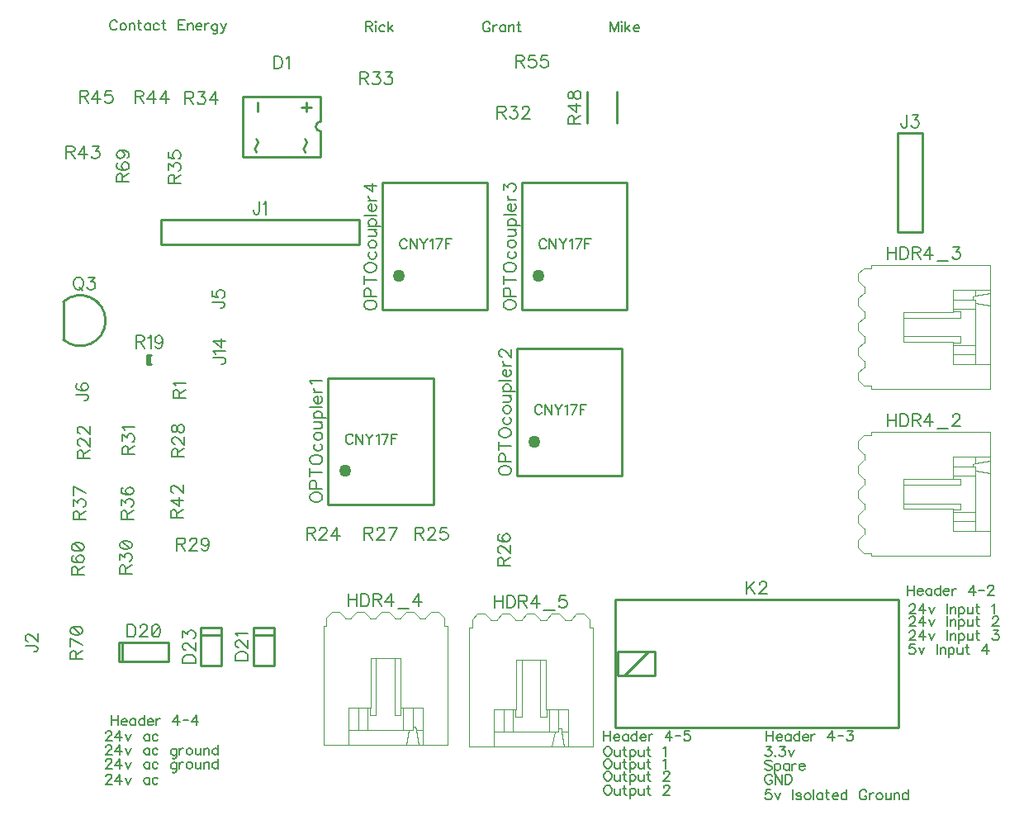
<source format=gbr>
G04 DipTrace 2.4.0.2*
%INTopSilk.gbr*%
%MOMM*%
%ADD10C,0.254*%
%ADD17C,0.0*%
%ADD21C,1.271*%
%ADD61C,0.196*%
%ADD63C,0.157*%
%FSLAX53Y53*%
G04*
G71*
G90*
G75*
G01*
%LNTopSilk*%
%LPD*%
X43991Y82897D2*
D10*
Y81897D1*
X44491Y82397D2*
X43491D1*
X38991Y82897D2*
Y81897D1*
X38904Y79073D2*
G02X38904Y78411I-193J-331D01*
G01*
X45491Y77297D2*
X37491D1*
Y83497D1*
X45491D1*
Y80897D1*
X38904Y78411D2*
G03X38904Y77751I248J-330D01*
G01*
X43904Y79073D2*
G02X43904Y78411I-193J-331D01*
G01*
G03X43904Y77751I248J-330D01*
G01*
X45491Y79898D2*
Y77297D1*
Y80897D2*
G03X45491Y79898I-10J-500D01*
G01*
X24799Y27464D2*
X29879D1*
Y25559D1*
X24799D1*
Y27464D1*
X25117D2*
Y25559D1*
X40676Y29052D2*
X38612D1*
Y25083D1*
X40676D1*
Y29052D1*
X40517Y28258D2*
X38770D1*
X35277Y29052D2*
X33214D1*
Y25083D1*
X35277D1*
Y29052D1*
X35119Y28258D2*
X33372D1*
X101261Y39213D2*
D17*
Y38578D1*
X105262Y44230D2*
Y41182D1*
X114152Y44865D2*
Y46135D1*
Y38896D2*
Y44865D1*
Y36356D2*
Y38896D1*
Y46516D2*
Y49056D1*
Y46135D2*
Y46516D1*
X110341Y40851D2*
X112629D1*
X110341Y44560D2*
X112629D1*
X114152Y49056D2*
X101960D1*
Y36356D2*
X114152D1*
X101960Y36673D2*
Y36356D1*
X101147Y36673D2*
X101960D1*
X100563Y37257D2*
X101147Y36673D1*
X100563Y48154D2*
Y47417D1*
Y45614D2*
Y44877D1*
Y43074D2*
Y42337D1*
Y37994D2*
Y37257D1*
Y40534D2*
Y39797D1*
Y37994D2*
X101147Y38578D1*
X110341Y38896D2*
Y39912D1*
Y41182D2*
Y39912D1*
Y41182D2*
X105262D1*
X110341Y44230D2*
X105262D1*
X110341Y45500D2*
Y44230D1*
Y45500D2*
Y46516D1*
X101960Y49056D2*
Y48738D1*
X101147D1*
X100563Y48154D1*
X101147Y46833D2*
X100563Y47417D1*
Y45614D2*
X101147Y46198D1*
Y44293D2*
X100563Y44877D1*
Y43074D2*
X101147Y43658D1*
Y41753D2*
X100563Y42337D1*
Y40534D2*
X101147Y41118D1*
Y39213D2*
X100563Y39797D1*
X105262Y41753D2*
X111104D1*
X110341Y41118D2*
X111104D1*
Y41753D2*
Y41118D1*
X101261Y41753D2*
Y41118D1*
X110341Y44293D2*
X111104D1*
X105262Y43658D2*
X111104D1*
Y44293D2*
Y43658D1*
X101261Y44293D2*
Y43658D1*
Y46198D2*
Y46833D1*
X110341Y46516D2*
X112629D1*
X114152D1*
X110341Y39912D2*
X112629D1*
X110341Y38896D2*
X112629D1*
Y39912D1*
Y45865D2*
X112351Y45817D1*
X112629Y45865D2*
Y46516D1*
X110341Y45500D2*
X112351D1*
Y45817D2*
Y45500D1*
X112629D2*
X112351D1*
X112629Y45134D2*
Y45500D1*
Y39912D2*
Y45134D1*
X114152Y44865D1*
X112629Y45865D2*
X114152Y46135D1*
X112629Y38896D2*
X114152D1*
X101261Y56360D2*
Y55725D1*
X105262Y61376D2*
Y58328D1*
X114152Y62011D2*
Y63281D1*
Y56042D2*
Y62011D1*
Y53502D2*
Y56042D1*
Y63662D2*
Y66202D1*
Y63281D2*
Y63662D1*
X110341Y57998D2*
X112629D1*
X110341Y61707D2*
X112629D1*
X114152Y66202D2*
X101960D1*
Y53502D2*
X114152D1*
X101960Y53820D2*
Y53502D1*
X101147Y53820D2*
X101960D1*
X100563Y54404D2*
X101147Y53820D1*
X100563Y65301D2*
Y64564D1*
Y62761D2*
Y62024D1*
Y60221D2*
Y59484D1*
Y55141D2*
Y54404D1*
Y57681D2*
Y56944D1*
Y55141D2*
X101147Y55725D1*
X110341Y56042D2*
Y57058D1*
Y58328D2*
Y57058D1*
Y58328D2*
X105262D1*
X110341Y61376D2*
X105262D1*
X110341Y62646D2*
Y61376D1*
Y62646D2*
Y63662D1*
X101960Y66202D2*
Y65885D1*
X101147D1*
X100563Y65301D1*
X101147Y63980D2*
X100563Y64564D1*
Y62761D2*
X101147Y63345D1*
Y61440D2*
X100563Y62024D1*
Y60221D2*
X101147Y60805D1*
Y58900D2*
X100563Y59484D1*
Y57681D2*
X101147Y58265D1*
Y56360D2*
X100563Y56944D1*
X105262Y58900D2*
X111104D1*
X110341Y58265D2*
X111104D1*
Y58900D2*
Y58265D1*
X101261Y58900D2*
Y58265D1*
X110341Y61440D2*
X111104D1*
X105262Y60805D2*
X111104D1*
Y61440D2*
Y60805D1*
X101261Y61440D2*
Y60805D1*
Y63345D2*
Y63980D1*
X110341Y63662D2*
X112629D1*
X114152D1*
X110341Y57058D2*
X112629D1*
X110341Y56042D2*
X112629D1*
Y57058D1*
Y63012D2*
X112351Y62964D1*
X112629Y63012D2*
Y63662D1*
X110341Y62646D2*
X112351D1*
Y62964D2*
Y62646D1*
X112629D2*
X112351D1*
X112629Y62281D2*
Y62646D1*
Y57058D2*
Y62281D1*
X114152Y62011D1*
X112629Y63012D2*
X114152Y63281D1*
X112629Y56042D2*
X114152D1*
X48614Y29909D2*
X47979D1*
X53630Y25908D2*
X50582D1*
X54265Y17018D2*
X55535D1*
X48296D2*
X54265D1*
X45756D2*
X48296D1*
X55916D2*
X58456D1*
X55535D2*
X55916D1*
X50252Y20829D2*
Y18542D1*
X53961Y20829D2*
Y18542D1*
X58456Y17018D2*
Y29211D1*
X45756D2*
Y17018D1*
X46074Y29211D2*
X45756D1*
X46074Y30023D2*
Y29211D1*
X46658Y30607D2*
X46074Y30023D1*
X57555Y30607D2*
X56818D1*
X55015D2*
X54278D1*
X52475D2*
X51738D1*
X47395D2*
X46658D1*
X49935D2*
X49198D1*
X47395D2*
X47979Y30023D1*
X48296Y20829D2*
X49312D1*
X50582D2*
X49312D1*
X50582D2*
Y25908D1*
X53630Y20829D2*
Y25908D1*
X54900Y20829D2*
X53630D1*
X54900D2*
X55916D1*
X58456Y29211D2*
X58139D1*
Y30023D1*
X57555Y30607D1*
X56234Y30023D2*
X56818Y30607D1*
X55015D2*
X55599Y30023D1*
X53694D2*
X54278Y30607D1*
X52475D2*
X53059Y30023D1*
X51154D2*
X51738Y30607D1*
X49935D2*
X50519Y30023D1*
X48614D2*
X49198Y30607D1*
X51154Y25908D2*
Y20067D1*
X50519Y20829D2*
Y20067D1*
X51154D2*
X50519D1*
X51154Y29909D2*
X50519D1*
X53694Y20829D2*
Y20067D1*
X53059Y25908D2*
Y20067D1*
X53694D2*
X53059D1*
X53694Y29909D2*
X53059D1*
X55599D2*
X56234D1*
X55916Y20829D2*
Y18542D1*
Y17018D1*
X49312Y20829D2*
Y18542D1*
X48296Y20829D2*
Y18542D1*
X49312D1*
X55266D2*
X55218Y18819D1*
X55266Y18542D2*
X55916D1*
X54900Y20829D2*
Y18819D1*
X55218D2*
X54900D1*
Y18542D2*
Y18819D1*
X54535Y18542D2*
X54900D1*
X49312D2*
X54535D1*
X54265Y17018D1*
X55266Y18542D2*
X55535Y17018D1*
X48296Y18542D2*
Y17018D1*
X63538Y29750D2*
X62903D1*
X68554Y25750D2*
X65507D1*
X69190Y16860D2*
X70460D1*
X63221D2*
X69190D1*
X60680D2*
X63221D1*
X70840D2*
X73380D1*
X70460D2*
X70840D1*
X65176Y20670D2*
Y18383D1*
X68885Y20670D2*
Y18383D1*
X73380Y16860D2*
Y29052D1*
X60680D2*
Y16860D1*
X60998Y29052D2*
X60680D1*
X60998Y29864D2*
Y29052D1*
X61582Y30449D2*
X60998Y29864D1*
X72479Y30449D2*
X71742D1*
X69939D2*
X69202D1*
X67399D2*
X66662D1*
X62319D2*
X61582D1*
X64859D2*
X64122D1*
X62319D2*
X62903Y29864D1*
X63221Y20670D2*
X64237D1*
X65507D2*
X64237D1*
X65507D2*
Y25750D1*
X68554Y20670D2*
Y25750D1*
X69824Y20670D2*
X68554D1*
X69824D2*
X70840D1*
X73380Y29052D2*
X73063D1*
Y29864D1*
X72479Y30449D1*
X71158Y29864D2*
X71742Y30449D1*
X69939D2*
X70523Y29864D1*
X68618D2*
X69202Y30449D1*
X67399D2*
X67983Y29864D1*
X66078D2*
X66662Y30449D1*
X64859D2*
X65443Y29864D1*
X63538D2*
X64122Y30449D1*
X66078Y25750D2*
Y19908D1*
X65443Y20670D2*
Y19908D1*
X66078D2*
X65443D1*
X66078Y29750D2*
X65443D1*
X68618Y20670D2*
Y19908D1*
X67983Y25750D2*
Y19908D1*
X68618D2*
X67983D1*
X68618Y29750D2*
X67983D1*
X70523D2*
X71158D1*
X70840Y20670D2*
Y18383D1*
Y16860D1*
X64237Y20670D2*
Y18383D1*
X63221Y20670D2*
Y18383D1*
X64237D1*
X70190D2*
X70142Y18660D1*
X70190Y18383D2*
X70840D1*
X69824Y20670D2*
Y18660D1*
X70142D2*
X69824D1*
Y18383D2*
Y18660D1*
X69459Y18383D2*
X69824D1*
X64237D2*
X69459D1*
X69190Y16860D1*
X70190Y18383D2*
X70460Y16860D1*
X63221Y18383D2*
Y16860D1*
X104659Y69538D2*
D10*
X107199D1*
X104659Y79698D2*
Y69538D1*
X107199Y79698D2*
Y69538D1*
X104659Y79698D2*
X107199D1*
X75666Y18797D2*
X104753D1*
Y31878D2*
Y18797D1*
Y31878D2*
X75666D1*
Y18797D2*
Y31878D1*
X79706Y26595D2*
Y24081D1*
X75946D2*
Y26595D1*
X77825D1*
X79069D1*
X76585Y24081D2*
X75946D1*
X79069Y26595D2*
X76585Y24081D1*
X79069Y26595D2*
X79706D1*
Y24081D2*
X77825D1*
X76585D1*
X46233Y54612D2*
X57028D1*
Y41595D1*
X46233D1*
Y54612D1*
D21*
X47979Y45087D3*
X65602Y57629D2*
D10*
X76397D1*
Y44611D1*
X65602D1*
Y57629D1*
D21*
X67348Y48104D3*
X66079Y74617D2*
D10*
X76874D1*
Y61599D1*
X66079D1*
Y74617D1*
D21*
X67825Y65092D3*
X51790Y74617D2*
D10*
X62585D1*
Y61599D1*
X51790D1*
Y74617D1*
D21*
X53536Y65092D3*
X19108Y58541D2*
D10*
G03X19104Y62432I1722J1948D01*
G01*
X19121Y62436D2*
Y58537D1*
X27706Y56989D2*
X28108D1*
X27706Y55988D2*
X28108D1*
X27706D2*
Y56989D1*
X27898Y55988D2*
Y56989D1*
X72833Y80741D2*
Y83938D1*
X75835Y80741D2*
Y83938D1*
X29086Y70807D2*
X49406D1*
X29086Y68267D2*
Y70807D1*
Y68267D2*
X49406D1*
Y70807D1*
X30972Y52561D2*
D61*
Y53108D1*
X30910Y53290D1*
X30850Y53352D1*
X30729Y53412D1*
X30607D1*
X30486Y53352D1*
X30424Y53290D1*
X30364Y53108D1*
Y52561D1*
X31640D1*
X30972Y52987D2*
X31640Y53412D1*
X30608Y53804D2*
X30547Y53926D1*
X30365Y54109D1*
X31640D1*
X40718Y87607D2*
Y86331D1*
X41143D1*
X41326Y86393D1*
X41448Y86514D1*
X41508Y86636D1*
X41568Y86817D1*
Y87121D1*
X41508Y87304D1*
X41448Y87425D1*
X41326Y87547D1*
X41143Y87607D1*
X40718D1*
X41961Y87363D2*
X42083Y87425D1*
X42265Y87606D1*
Y86331D1*
X34377Y62414D2*
X35348D1*
X35531Y62353D1*
X35591Y62292D1*
X35653Y62171D1*
Y62049D1*
X35591Y61928D1*
X35531Y61868D1*
X35348Y61806D1*
X35228D1*
X34378Y63534D2*
Y62928D1*
X34924Y62868D1*
X34864Y62928D1*
X34802Y63111D1*
Y63292D1*
X34864Y63474D1*
X34985Y63596D1*
X35167Y63657D1*
X35288D1*
X35470Y63596D1*
X35593Y63474D1*
X35653Y63292D1*
Y63111D1*
X35593Y62928D1*
X35531Y62868D1*
X35410Y62806D1*
X20404Y52929D2*
X21376D1*
X21558Y52869D1*
X21619Y52807D1*
X21680Y52686D1*
Y52564D1*
X21619Y52444D1*
X21558Y52383D1*
X21376Y52321D1*
X21255D1*
X20587Y54050D2*
X20466Y53990D1*
X20406Y53807D1*
Y53686D1*
X20466Y53504D1*
X20649Y53382D1*
X20952Y53321D1*
X21255D1*
X21498Y53382D1*
X21620Y53504D1*
X21680Y53686D1*
Y53747D1*
X21620Y53928D1*
X21498Y54050D1*
X21315Y54110D1*
X21255D1*
X21073Y54050D1*
X20952Y53928D1*
X20891Y53747D1*
Y53686D1*
X20952Y53504D1*
X21073Y53382D1*
X21255Y53321D1*
X25671Y29324D2*
Y28048D1*
X26096D1*
X26279Y28110D1*
X26401Y28231D1*
X26461Y28353D1*
X26522Y28534D1*
Y28838D1*
X26461Y29021D1*
X26401Y29142D1*
X26279Y29264D1*
X26096Y29324D1*
X25671D1*
X26975Y29019D2*
Y29080D1*
X27036Y29202D1*
X27096Y29262D1*
X27218Y29323D1*
X27461D1*
X27582Y29262D1*
X27642Y29202D1*
X27704Y29080D1*
Y28959D1*
X27642Y28837D1*
X27522Y28656D1*
X26914Y28048D1*
X27764D1*
X28522Y29323D2*
X28339Y29262D1*
X28217Y29080D1*
X28157Y28777D1*
Y28594D1*
X28217Y28291D1*
X28339Y28108D1*
X28522Y28048D1*
X28642D1*
X28825Y28108D1*
X28946Y28291D1*
X29007Y28594D1*
Y28777D1*
X28946Y29080D1*
X28825Y29262D1*
X28642Y29323D1*
X28522D1*
X28946Y29080D2*
X28217Y28291D1*
X36752Y25672D2*
X38028D1*
Y26098D1*
X37966Y26280D1*
X37846Y26402D1*
X37723Y26463D1*
X37542Y26523D1*
X37238D1*
X37055Y26463D1*
X36934Y26402D1*
X36812Y26280D1*
X36752Y26098D1*
Y25672D1*
X37057Y26977D2*
X36996D1*
X36874Y27037D1*
X36814Y27098D1*
X36753Y27220D1*
Y27463D1*
X36814Y27583D1*
X36874Y27644D1*
X36996Y27706D1*
X37117D1*
X37239Y27644D1*
X37420Y27523D1*
X38028Y26915D1*
Y27766D1*
X36996Y28158D2*
X36934Y28280D1*
X36753Y28463D1*
X38028D1*
X31354Y25399D2*
X32630D1*
Y25825D1*
X32568Y26007D1*
X32447Y26129D1*
X32325Y26190D1*
X32144Y26250D1*
X31840D1*
X31657Y26190D1*
X31536Y26129D1*
X31414Y26007D1*
X31354Y25825D1*
Y25399D1*
X31658Y26704D2*
X31598D1*
X31476Y26764D1*
X31416Y26825D1*
X31355Y26947D1*
Y27190D1*
X31416Y27310D1*
X31476Y27371D1*
X31598Y27432D1*
X31719D1*
X31841Y27371D1*
X32022Y27250D1*
X32630Y26642D1*
Y27493D1*
X31355Y28007D2*
Y28674D1*
X31841Y28310D1*
Y28493D1*
X31901Y28614D1*
X31962Y28674D1*
X32144Y28736D1*
X32265D1*
X32447Y28674D1*
X32570Y28553D1*
X32630Y28371D1*
Y28188D1*
X32570Y28007D1*
X32508Y27947D1*
X32387Y27885D1*
X103643Y50915D2*
Y49639D1*
X104494Y50915D2*
Y49639D1*
X103643Y50308D2*
X104494D1*
X104886Y50915D2*
Y49639D1*
X105311D1*
X105494Y49701D1*
X105616Y49822D1*
X105676Y49944D1*
X105737Y50125D1*
Y50430D1*
X105676Y50612D1*
X105616Y50733D1*
X105494Y50855D1*
X105311Y50915D1*
X104886D1*
X106129Y50308D2*
X106675D1*
X106857Y50369D1*
X106919Y50430D1*
X106979Y50550D1*
Y50673D1*
X106919Y50793D1*
X106857Y50855D1*
X106675Y50915D1*
X106129D1*
Y49639D1*
X106554Y50308D2*
X106979Y49639D1*
X107979D2*
Y50914D1*
X107372Y50065D1*
X108283D1*
X108675Y49429D2*
X109829D1*
X110283Y50611D2*
Y50671D1*
X110343Y50793D1*
X110403Y50854D1*
X110526Y50914D1*
X110768D1*
X110889Y50854D1*
X110950Y50793D1*
X111011Y50671D1*
Y50550D1*
X110950Y50428D1*
X110829Y50247D1*
X110221Y49639D1*
X111072D1*
X103643Y68062D2*
Y66786D1*
X104494Y68062D2*
Y66786D1*
X103643Y67454D2*
X104494D1*
X104886Y68062D2*
Y66786D1*
X105311D1*
X105494Y66848D1*
X105616Y66969D1*
X105676Y67091D1*
X105737Y67272D1*
Y67576D1*
X105676Y67759D1*
X105616Y67880D1*
X105494Y68002D1*
X105311Y68062D1*
X104886D1*
X106129Y67454D2*
X106675D1*
X106857Y67516D1*
X106919Y67576D1*
X106979Y67697D1*
Y67819D1*
X106919Y67940D1*
X106857Y68002D1*
X106675Y68062D1*
X106129D1*
Y66786D1*
X106554Y67454D2*
X106979Y66786D1*
X107979D2*
Y68061D1*
X107372Y67211D1*
X108283D1*
X108675Y66576D2*
X109829D1*
X110343Y68061D2*
X111010D1*
X110646Y67575D1*
X110829D1*
X110950Y67515D1*
X111010Y67454D1*
X111072Y67272D1*
Y67151D1*
X111010Y66969D1*
X110889Y66846D1*
X110707Y66786D1*
X110524D1*
X110343Y66846D1*
X110283Y66908D1*
X110221Y67029D1*
X48362Y32467D2*
Y31191D1*
X49213Y32467D2*
Y31191D1*
X48362Y31860D2*
X49213D1*
X49605Y32467D2*
Y31191D1*
X50030D1*
X50213Y31253D1*
X50335Y31374D1*
X50395Y31496D1*
X50455Y31677D1*
Y31982D1*
X50395Y32164D1*
X50335Y32285D1*
X50213Y32407D1*
X50030Y32467D1*
X49605D1*
X50848Y31860D2*
X51394D1*
X51576Y31921D1*
X51638Y31982D1*
X51698Y32102D1*
Y32225D1*
X51638Y32345D1*
X51576Y32407D1*
X51394Y32467D1*
X50848D1*
Y31191D1*
X51273Y31860D2*
X51698Y31191D1*
X52698D2*
Y32466D1*
X52091Y31617D1*
X53002D1*
X53394Y30981D2*
X54548D1*
X55548Y31191D2*
Y32466D1*
X54940Y31617D1*
X55851D1*
X63316Y32309D2*
Y31033D1*
X64167Y32309D2*
Y31033D1*
X63316Y31701D2*
X64167D1*
X64559Y32309D2*
Y31033D1*
X64984D1*
X65167Y31094D1*
X65289Y31215D1*
X65349Y31337D1*
X65410Y31518D1*
Y31823D1*
X65349Y32005D1*
X65289Y32126D1*
X65167Y32248D1*
X64984Y32309D1*
X64559D1*
X65802Y31701D2*
X66348D1*
X66530Y31763D1*
X66592Y31823D1*
X66653Y31944D1*
Y32066D1*
X66592Y32186D1*
X66530Y32248D1*
X66348Y32309D1*
X65802D1*
Y31033D1*
X66227Y31701D2*
X66653Y31033D1*
X67653D2*
Y32307D1*
X67045Y31458D1*
X67956D1*
X68348Y30822D2*
X69502D1*
X70623Y32307D2*
X70016D1*
X69956Y31761D1*
X70016Y31821D1*
X70199Y31883D1*
X70380D1*
X70562Y31821D1*
X70685Y31701D1*
X70745Y31518D1*
Y31398D1*
X70685Y31215D1*
X70562Y31093D1*
X70380Y31033D1*
X70199D1*
X70016Y31093D1*
X69956Y31155D1*
X69894Y31275D1*
X15203Y27144D2*
X16175D1*
X16357Y27084D1*
X16418Y27022D1*
X16479Y26901D1*
Y26779D1*
X16418Y26658D1*
X16357Y26598D1*
X16175Y26536D1*
X16054D1*
X15508Y27598D2*
X15448D1*
X15326Y27659D1*
X15265Y27719D1*
X15205Y27841D1*
Y28084D1*
X15265Y28205D1*
X15326Y28265D1*
X15448Y28327D1*
X15568D1*
X15691Y28265D1*
X15872Y28144D1*
X16479Y27536D1*
Y28387D1*
X34471Y56671D2*
X35442D1*
X35625Y56611D1*
X35685Y56549D1*
X35747Y56428D1*
Y56306D1*
X35685Y56186D1*
X35625Y56125D1*
X35442Y56063D1*
X35321D1*
X34715Y57063D2*
X34653Y57186D1*
X34472Y57368D1*
X35747D1*
Y58368D2*
X34472D1*
X35321Y57760D1*
Y58671D1*
X105611Y81558D2*
Y80587D1*
X105551Y80404D1*
X105489Y80344D1*
X105368Y80282D1*
X105246D1*
X105125Y80344D1*
X105065Y80404D1*
X105003Y80587D1*
Y80708D1*
X106126Y81557D2*
X106792D1*
X106429Y81071D1*
X106611D1*
X106732Y81011D1*
X106792Y80950D1*
X106854Y80768D1*
Y80647D1*
X106792Y80465D1*
X106672Y80343D1*
X106489Y80282D1*
X106307D1*
X106126Y80343D1*
X106065Y80404D1*
X106003Y80525D1*
X89163Y33738D2*
Y32462D1*
X90014Y33738D2*
X89163Y32887D1*
X89466Y33192D2*
X90014Y32462D1*
X90468Y33433D2*
Y33494D1*
X90528Y33616D1*
X90588Y33676D1*
X90710Y33737D1*
X90953D1*
X91074Y33676D1*
X91134Y33616D1*
X91196Y33494D1*
Y33373D1*
X91134Y33251D1*
X91014Y33070D1*
X90406Y32462D1*
X91257D1*
X44373Y42270D2*
X44433Y42148D1*
X44555Y42027D1*
X44676Y41965D1*
X44859Y41905D1*
X45163D1*
X45344Y41965D1*
X45467Y42027D1*
X45587Y42148D1*
X45649Y42270D1*
Y42513D1*
X45587Y42634D1*
X45467Y42756D1*
X45344Y42816D1*
X45163Y42876D1*
X44859D1*
X44676Y42816D1*
X44555Y42756D1*
X44433Y42634D1*
X44373Y42513D1*
Y42270D1*
X45041Y43269D2*
Y43816D1*
X44981Y43997D1*
X44919Y44059D1*
X44798Y44119D1*
X44616D1*
X44495Y44059D1*
X44433Y43997D1*
X44373Y43816D1*
Y43269D1*
X45649D1*
X44373Y44937D2*
X45649D1*
X44373Y44512D2*
Y45362D1*
Y46119D2*
X44433Y45997D1*
X44555Y45877D1*
X44676Y45815D1*
X44859Y45754D1*
X45163D1*
X45344Y45815D1*
X45467Y45877D1*
X45587Y45997D1*
X45649Y46119D1*
Y46362D1*
X45587Y46483D1*
X45467Y46605D1*
X45344Y46665D1*
X45163Y46726D1*
X44859D1*
X44676Y46665D1*
X44555Y46605D1*
X44433Y46483D1*
X44373Y46362D1*
Y46119D1*
X44981Y47848D2*
X44859Y47726D1*
X44798Y47604D1*
Y47423D1*
X44859Y47301D1*
X44981Y47180D1*
X45163Y47118D1*
X45284D1*
X45467Y47180D1*
X45587Y47301D1*
X45649Y47423D1*
Y47604D1*
X45587Y47726D1*
X45467Y47848D1*
X44798Y48543D2*
X44859Y48423D1*
X44981Y48301D1*
X45163Y48240D1*
X45284D1*
X45467Y48301D1*
X45587Y48423D1*
X45649Y48543D1*
Y48726D1*
X45587Y48848D1*
X45467Y48969D1*
X45284Y49031D1*
X45163D1*
X44981Y48969D1*
X44859Y48848D1*
X44798Y48726D1*
Y48543D1*
Y49423D2*
X45406D1*
X45587Y49483D1*
X45649Y49605D1*
Y49788D1*
X45587Y49908D1*
X45406Y50091D1*
X44798D2*
X45649D1*
X44798Y50483D2*
X46074D1*
X44981D2*
X44860Y50605D1*
X44798Y50726D1*
Y50908D1*
X44860Y51031D1*
X44981Y51151D1*
X45163Y51213D1*
X45285D1*
X45467Y51151D1*
X45589Y51031D1*
X45649Y50908D1*
Y50726D1*
X45589Y50605D1*
X45467Y50483D1*
X44373Y51605D2*
X45649D1*
X45163Y51997D2*
Y52726D1*
X45041D1*
X44919Y52666D1*
X44859Y52605D1*
X44798Y52483D1*
Y52301D1*
X44859Y52180D1*
X44981Y52058D1*
X45163Y51997D1*
X45284D1*
X45467Y52058D1*
X45587Y52180D1*
X45649Y52301D1*
Y52483D1*
X45587Y52605D1*
X45467Y52726D1*
X44798Y53118D2*
X45649D1*
X45163D2*
X44981Y53180D1*
X44859Y53301D1*
X44798Y53423D1*
Y53605D1*
X44617Y53997D2*
X44555Y54120D1*
X44374Y54302D1*
X45649D1*
X63742Y45014D2*
X63803Y44891D1*
X63925Y44771D1*
X64046Y44709D1*
X64228Y44649D1*
X64533D1*
X64714Y44709D1*
X64836Y44771D1*
X64957Y44891D1*
X65019Y45014D1*
Y45256D1*
X64957Y45377D1*
X64836Y45499D1*
X64714Y45560D1*
X64533Y45620D1*
X64228D1*
X64046Y45560D1*
X63925Y45499D1*
X63803Y45377D1*
X63742Y45256D1*
Y45014D1*
X64411Y46012D2*
Y46560D1*
X64350Y46741D1*
X64289Y46803D1*
X64168Y46863D1*
X63985D1*
X63865Y46803D1*
X63803Y46741D1*
X63742Y46560D1*
Y46012D1*
X65019D1*
X63742Y47680D2*
X65019D1*
X63742Y47255D2*
Y48106D1*
Y48863D2*
X63803Y48741D1*
X63925Y48620D1*
X64046Y48558D1*
X64228Y48498D1*
X64533D1*
X64714Y48558D1*
X64836Y48620D1*
X64957Y48741D1*
X65019Y48863D1*
Y49106D1*
X64957Y49227D1*
X64836Y49349D1*
X64714Y49409D1*
X64533Y49469D1*
X64228D1*
X64046Y49409D1*
X63925Y49349D1*
X63803Y49227D1*
X63742Y49106D1*
Y48863D1*
X64350Y50592D2*
X64228Y50469D1*
X64168Y50347D1*
Y50166D1*
X64228Y50044D1*
X64350Y49923D1*
X64533Y49862D1*
X64654D1*
X64836Y49923D1*
X64957Y50044D1*
X65019Y50166D1*
Y50347D1*
X64957Y50469D1*
X64836Y50592D1*
X64168Y51287D2*
X64228Y51166D1*
X64350Y51044D1*
X64533Y50984D1*
X64654D1*
X64836Y51044D1*
X64957Y51166D1*
X65019Y51287D1*
Y51469D1*
X64957Y51592D1*
X64836Y51712D1*
X64654Y51774D1*
X64533D1*
X64350Y51712D1*
X64228Y51592D1*
X64168Y51469D1*
Y51287D1*
Y52166D2*
X64776D1*
X64957Y52227D1*
X65019Y52349D1*
Y52531D1*
X64957Y52652D1*
X64776Y52834D1*
X64168D2*
X65019D1*
X64168Y53227D2*
X65444D1*
X64350D2*
X64230Y53349D1*
X64168Y53469D1*
Y53652D1*
X64230Y53774D1*
X64350Y53895D1*
X64533Y53957D1*
X64655D1*
X64836Y53895D1*
X64958Y53774D1*
X65019Y53652D1*
Y53469D1*
X64958Y53349D1*
X64836Y53227D1*
X63742Y54349D2*
X65019D1*
X64533Y54741D2*
Y55470D1*
X64411D1*
X64289Y55409D1*
X64228Y55349D1*
X64168Y55227D1*
Y55044D1*
X64228Y54923D1*
X64350Y54801D1*
X64533Y54741D1*
X64654D1*
X64836Y54801D1*
X64957Y54923D1*
X65019Y55044D1*
Y55227D1*
X64957Y55349D1*
X64836Y55470D1*
X64168Y55862D2*
X65019D1*
X64533D2*
X64350Y55923D1*
X64228Y56044D1*
X64168Y56166D1*
Y56349D1*
X64047Y56803D2*
X63987D1*
X63865Y56863D1*
X63804Y56923D1*
X63744Y57046D1*
Y57288D1*
X63804Y57409D1*
X63865Y57470D1*
X63987Y57531D1*
X64107D1*
X64230Y57470D1*
X64411Y57349D1*
X65019Y56741D1*
Y57592D1*
X64219Y62002D2*
X64279Y61879D1*
X64401Y61759D1*
X64522Y61697D1*
X64704Y61637D1*
X65009D1*
X65190Y61697D1*
X65312Y61759D1*
X65433Y61879D1*
X65495Y62002D1*
Y62244D1*
X65433Y62365D1*
X65312Y62487D1*
X65190Y62548D1*
X65009Y62608D1*
X64704D1*
X64522Y62548D1*
X64401Y62487D1*
X64279Y62365D1*
X64219Y62244D1*
Y62002D1*
X64887Y63000D2*
Y63548D1*
X64827Y63729D1*
X64765Y63791D1*
X64644Y63851D1*
X64462D1*
X64341Y63791D1*
X64279Y63729D1*
X64219Y63548D1*
Y63000D1*
X65495D1*
X64219Y64668D2*
X65495D1*
X64219Y64243D2*
Y65094D1*
Y65851D2*
X64279Y65729D1*
X64401Y65608D1*
X64522Y65546D1*
X64704Y65486D1*
X65009D1*
X65190Y65546D1*
X65312Y65608D1*
X65433Y65729D1*
X65495Y65851D1*
Y66094D1*
X65433Y66215D1*
X65312Y66337D1*
X65190Y66397D1*
X65009Y66457D1*
X64704D1*
X64522Y66397D1*
X64401Y66337D1*
X64279Y66215D1*
X64219Y66094D1*
Y65851D1*
X64827Y67580D2*
X64704Y67457D1*
X64644Y67335D1*
Y67154D1*
X64704Y67032D1*
X64827Y66911D1*
X65009Y66850D1*
X65130D1*
X65312Y66911D1*
X65433Y67032D1*
X65495Y67154D1*
Y67335D1*
X65433Y67457D1*
X65312Y67580D1*
X64644Y68275D2*
X64704Y68154D1*
X64827Y68032D1*
X65009Y67972D1*
X65130D1*
X65312Y68032D1*
X65433Y68154D1*
X65495Y68275D1*
Y68457D1*
X65433Y68580D1*
X65312Y68700D1*
X65130Y68762D1*
X65009D1*
X64827Y68700D1*
X64704Y68580D1*
X64644Y68457D1*
Y68275D1*
Y69154D2*
X65252D1*
X65433Y69215D1*
X65495Y69337D1*
Y69519D1*
X65433Y69640D1*
X65252Y69822D1*
X64644D2*
X65495D1*
X64644Y70215D2*
X65920D1*
X64827D2*
X64706Y70337D1*
X64644Y70457D1*
Y70640D1*
X64706Y70762D1*
X64827Y70883D1*
X65009Y70945D1*
X65131D1*
X65312Y70883D1*
X65434Y70762D1*
X65495Y70640D1*
Y70457D1*
X65434Y70337D1*
X65312Y70215D1*
X64219Y71337D2*
X65495D1*
X65009Y71729D2*
Y72458D1*
X64887D1*
X64765Y72397D1*
X64704Y72337D1*
X64644Y72215D1*
Y72032D1*
X64704Y71911D1*
X64827Y71789D1*
X65009Y71729D1*
X65130D1*
X65312Y71789D1*
X65433Y71911D1*
X65495Y72032D1*
Y72215D1*
X65433Y72337D1*
X65312Y72458D1*
X64644Y72850D2*
X65495D1*
X65009D2*
X64827Y72911D1*
X64704Y73032D1*
X64644Y73154D1*
Y73337D1*
X64220Y73851D2*
Y74518D1*
X64706Y74154D1*
Y74337D1*
X64766Y74458D1*
X64827Y74518D1*
X65009Y74580D1*
X65130D1*
X65312Y74518D1*
X65434Y74397D1*
X65495Y74215D1*
Y74032D1*
X65434Y73851D1*
X65373Y73791D1*
X65252Y73729D1*
X49930Y61971D2*
X49990Y61849D1*
X50112Y61729D1*
X50233Y61667D1*
X50415Y61606D1*
X50720D1*
X50901Y61667D1*
X51023Y61729D1*
X51144Y61849D1*
X51206Y61971D1*
Y62214D1*
X51144Y62335D1*
X51023Y62457D1*
X50901Y62517D1*
X50720Y62578D1*
X50415D1*
X50233Y62517D1*
X50112Y62457D1*
X49990Y62335D1*
X49930Y62214D1*
Y61971D1*
X50598Y62970D2*
Y63517D1*
X50538Y63699D1*
X50476Y63760D1*
X50355Y63821D1*
X50173D1*
X50052Y63760D1*
X49990Y63699D1*
X49930Y63517D1*
Y62970D1*
X51206D1*
X49930Y64638D2*
X51206D1*
X49930Y64213D2*
Y65064D1*
Y65821D2*
X49990Y65699D1*
X50112Y65578D1*
X50233Y65516D1*
X50415Y65456D1*
X50720D1*
X50901Y65516D1*
X51023Y65578D1*
X51144Y65699D1*
X51206Y65821D1*
Y66064D1*
X51144Y66184D1*
X51023Y66306D1*
X50901Y66367D1*
X50720Y66427D1*
X50415D1*
X50233Y66367D1*
X50112Y66306D1*
X49990Y66184D1*
X49930Y66064D1*
Y65821D1*
X50538Y67549D2*
X50415Y67427D1*
X50355Y67305D1*
Y67124D1*
X50415Y67002D1*
X50538Y66881D1*
X50720Y66819D1*
X50841D1*
X51023Y66881D1*
X51144Y67002D1*
X51206Y67124D1*
Y67305D1*
X51144Y67427D1*
X51023Y67549D1*
X50355Y68245D2*
X50415Y68124D1*
X50538Y68002D1*
X50720Y67942D1*
X50841D1*
X51023Y68002D1*
X51144Y68124D1*
X51206Y68245D1*
Y68427D1*
X51144Y68549D1*
X51023Y68670D1*
X50841Y68732D1*
X50720D1*
X50538Y68670D1*
X50415Y68549D1*
X50355Y68427D1*
Y68245D1*
Y69124D2*
X50963D1*
X51144Y69184D1*
X51206Y69307D1*
Y69489D1*
X51144Y69610D1*
X50963Y69792D1*
X50355D2*
X51206D1*
X50355Y70184D2*
X51631D1*
X50538D2*
X50417Y70307D1*
X50355Y70427D1*
Y70610D1*
X50417Y70732D1*
X50538Y70853D1*
X50720Y70914D1*
X50842D1*
X51023Y70853D1*
X51145Y70732D1*
X51206Y70610D1*
Y70427D1*
X51145Y70307D1*
X51023Y70184D1*
X49930Y71307D2*
X51206D1*
X50720Y71699D2*
Y72427D1*
X50598D1*
X50476Y72367D1*
X50415Y72307D1*
X50355Y72184D1*
Y72002D1*
X50415Y71881D1*
X50538Y71759D1*
X50720Y71699D1*
X50841D1*
X51023Y71759D1*
X51144Y71881D1*
X51206Y72002D1*
Y72184D1*
X51144Y72307D1*
X51023Y72427D1*
X50355Y72820D2*
X51206D1*
X50720D2*
X50538Y72881D1*
X50415Y73002D1*
X50355Y73124D1*
Y73307D1*
X51206Y74307D2*
X49931D1*
X50780Y73699D1*
Y74610D1*
X20524Y64948D2*
X20403Y64889D1*
X20281Y64767D1*
X20221Y64645D1*
X20159Y64463D1*
Y64159D1*
X20221Y63977D1*
X20281Y63856D1*
X20403Y63734D1*
X20524Y63674D1*
X20767D1*
X20889Y63734D1*
X21010Y63856D1*
X21070Y63977D1*
X21132Y64159D1*
Y64463D1*
X21070Y64645D1*
X21010Y64767D1*
X20889Y64889D1*
X20767Y64948D1*
X20524D1*
X20706Y63916D2*
X21070Y63551D1*
X21646Y64947D2*
X22313D1*
X21949Y64461D1*
X22132D1*
X22253Y64401D1*
X22313Y64340D1*
X22375Y64158D1*
Y64037D1*
X22313Y63855D1*
X22192Y63733D1*
X22010Y63672D1*
X21827D1*
X21646Y63733D1*
X21586Y63794D1*
X21524Y63915D1*
X26542Y58341D2*
X27088D1*
X27270Y58403D1*
X27332Y58463D1*
X27392Y58584D1*
Y58706D1*
X27332Y58826D1*
X27270Y58888D1*
X27088Y58949D1*
X26542D1*
Y57673D1*
X26967Y58341D2*
X27392Y57673D1*
X27784Y58704D2*
X27907Y58766D1*
X28089Y58947D1*
Y57673D1*
X29272Y58523D2*
X29210Y58341D1*
X29089Y58219D1*
X28907Y58158D1*
X28846D1*
X28664Y58219D1*
X28543Y58341D1*
X28481Y58523D1*
Y58584D1*
X28543Y58766D1*
X28664Y58887D1*
X28846Y58947D1*
X28907D1*
X29089Y58887D1*
X29210Y58766D1*
X29272Y58523D1*
Y58219D1*
X29210Y57915D1*
X29089Y57733D1*
X28907Y57673D1*
X28786D1*
X28603Y57733D1*
X28543Y57855D1*
X21145Y46356D2*
Y46903D1*
X21084Y47085D1*
X21023Y47147D1*
X20903Y47207D1*
X20780D1*
X20660Y47147D1*
X20598Y47085D1*
X20538Y46903D1*
Y46356D1*
X21814D1*
X21145Y46782D2*
X21814Y47207D1*
X20842Y47661D2*
X20782D1*
X20660Y47721D1*
X20599Y47782D1*
X20539Y47904D1*
Y48147D1*
X20599Y48268D1*
X20660Y48328D1*
X20782Y48390D1*
X20903D1*
X21025Y48328D1*
X21206Y48207D1*
X21814Y47599D1*
Y48450D1*
X20842Y48904D2*
X20782D1*
X20660Y48964D1*
X20599Y49025D1*
X20539Y49147D1*
Y49390D1*
X20599Y49510D1*
X20660Y49571D1*
X20782Y49633D1*
X20903D1*
X21025Y49571D1*
X21206Y49450D1*
X21814Y48842D1*
Y49693D1*
X44060Y38675D2*
X44606D1*
X44789Y38737D1*
X44851Y38797D1*
X44911Y38918D1*
Y39040D1*
X44851Y39161D1*
X44789Y39222D1*
X44606Y39283D1*
X44060D1*
Y38007D1*
X44486Y38675D2*
X44911Y38007D1*
X45365Y38978D2*
Y39038D1*
X45425Y39161D1*
X45486Y39221D1*
X45608Y39281D1*
X45851D1*
X45971Y39221D1*
X46032Y39161D1*
X46094Y39038D1*
Y38918D1*
X46032Y38796D1*
X45911Y38614D1*
X45303Y38007D1*
X46154D1*
X47154D2*
Y39281D1*
X46546Y38432D1*
X47457D1*
X55204Y38675D2*
X55750D1*
X55933Y38737D1*
X55995Y38797D1*
X56055Y38918D1*
Y39040D1*
X55995Y39161D1*
X55933Y39222D1*
X55750Y39283D1*
X55204D1*
Y38007D1*
X55630Y38675D2*
X56055Y38007D1*
X56509Y38978D2*
Y39038D1*
X56569Y39161D1*
X56630Y39221D1*
X56752Y39281D1*
X56995D1*
X57115Y39221D1*
X57176Y39161D1*
X57237Y39038D1*
Y38918D1*
X57176Y38796D1*
X57055Y38614D1*
X56447Y38007D1*
X57298D1*
X58419Y39281D2*
X57812D1*
X57752Y38735D1*
X57812Y38796D1*
X57995Y38857D1*
X58176D1*
X58358Y38796D1*
X58480Y38675D1*
X58541Y38492D1*
Y38372D1*
X58480Y38189D1*
X58358Y38067D1*
X58176Y38007D1*
X57995D1*
X57812Y38067D1*
X57752Y38129D1*
X57690Y38249D1*
X64235Y35356D2*
Y35902D1*
X64173Y36084D1*
X64113Y36146D1*
X63992Y36206D1*
X63870D1*
X63749Y36146D1*
X63688Y36084D1*
X63627Y35902D1*
Y35356D1*
X64903D1*
X64235Y35781D2*
X64903Y36206D1*
X63932Y36660D2*
X63871D1*
X63749Y36721D1*
X63689Y36781D1*
X63629Y36903D1*
Y37146D1*
X63689Y37267D1*
X63749Y37327D1*
X63871Y37389D1*
X63992D1*
X64114Y37327D1*
X64295Y37206D1*
X64903Y36598D1*
Y37449D1*
X63810Y38570D2*
X63689Y38510D1*
X63629Y38327D1*
Y38206D1*
X63689Y38024D1*
X63871Y37902D1*
X64175Y37841D1*
X64478D1*
X64721Y37902D1*
X64843Y38024D1*
X64903Y38206D1*
Y38267D1*
X64843Y38448D1*
X64721Y38570D1*
X64538Y38630D1*
X64478D1*
X64295Y38570D1*
X64175Y38448D1*
X64114Y38267D1*
Y38206D1*
X64175Y38024D1*
X64295Y37902D1*
X64478Y37841D1*
X49965Y38675D2*
X50511D1*
X50693Y38737D1*
X50755Y38797D1*
X50816Y38918D1*
Y39040D1*
X50755Y39161D1*
X50693Y39222D1*
X50511Y39283D1*
X49965D1*
Y38007D1*
X50390Y38675D2*
X50816Y38007D1*
X51270Y38978D2*
Y39038D1*
X51330Y39161D1*
X51390Y39221D1*
X51512Y39281D1*
X51755D1*
X51876Y39221D1*
X51936Y39161D1*
X51998Y39038D1*
Y38918D1*
X51936Y38796D1*
X51816Y38614D1*
X51208Y38007D1*
X52058D1*
X52694D2*
X53301Y39281D1*
X52451D1*
X30830Y46516D2*
Y47062D1*
X30768Y47244D1*
X30708Y47306D1*
X30587Y47367D1*
X30465D1*
X30344Y47306D1*
X30283Y47244D1*
X30222Y47062D1*
Y46516D1*
X31498D1*
X30830Y46941D2*
X31498Y47367D1*
X30527Y47821D2*
X30467D1*
X30344Y47881D1*
X30284Y47941D1*
X30224Y48063D1*
Y48306D1*
X30284Y48427D1*
X30344Y48487D1*
X30467Y48549D1*
X30587D1*
X30709Y48487D1*
X30890Y48367D1*
X31498Y47759D1*
Y48610D1*
X30224Y49305D2*
X30284Y49124D1*
X30405Y49062D1*
X30527D1*
X30648Y49124D1*
X30709Y49245D1*
X30770Y49487D1*
X30830Y49670D1*
X30952Y49791D1*
X31073Y49851D1*
X31255D1*
X31376Y49791D1*
X31438Y49730D1*
X31498Y49548D1*
Y49305D1*
X31438Y49124D1*
X31376Y49062D1*
X31255Y49002D1*
X31073D1*
X30952Y49062D1*
X30830Y49184D1*
X30770Y49365D1*
X30709Y49608D1*
X30648Y49730D1*
X30527Y49791D1*
X30405D1*
X30284Y49730D1*
X30224Y49548D1*
Y49305D1*
X30757Y37594D2*
X31303D1*
X31485Y37656D1*
X31547Y37716D1*
X31607Y37837D1*
Y37959D1*
X31547Y38080D1*
X31485Y38142D1*
X31303Y38202D1*
X30757D1*
Y36926D1*
X31182Y37594D2*
X31607Y36926D1*
X32061Y37898D2*
Y37958D1*
X32122Y38080D1*
X32182Y38140D1*
X32304Y38201D1*
X32547D1*
X32668Y38140D1*
X32728Y38080D1*
X32790Y37958D1*
Y37837D1*
X32728Y37715D1*
X32607Y37534D1*
X32000Y36926D1*
X32850D1*
X34033Y37777D2*
X33971Y37594D1*
X33850Y37472D1*
X33668Y37412D1*
X33608D1*
X33425Y37472D1*
X33304Y37594D1*
X33243Y37777D1*
Y37837D1*
X33304Y38020D1*
X33425Y38140D1*
X33608Y38201D1*
X33668D1*
X33850Y38140D1*
X33971Y38020D1*
X34033Y37777D1*
Y37472D1*
X33971Y37169D1*
X33850Y36986D1*
X33668Y36926D1*
X33547D1*
X33365Y36986D1*
X33304Y37109D1*
X25474Y34562D2*
Y35108D1*
X25412Y35290D1*
X25351Y35352D1*
X25231Y35412D1*
X25109D1*
X24988Y35352D1*
X24926Y35290D1*
X24866Y35108D1*
Y34562D1*
X26142D1*
X25474Y34987D2*
X26142Y35412D1*
X24867Y35927D2*
Y36594D1*
X25353Y36230D1*
Y36413D1*
X25413Y36533D1*
X25474Y36594D1*
X25656Y36655D1*
X25777D1*
X25959Y36594D1*
X26081Y36473D1*
X26142Y36290D1*
Y36108D1*
X26081Y35927D1*
X26020Y35866D1*
X25899Y35805D1*
X24867Y37413D2*
X24928Y37230D1*
X25110Y37108D1*
X25413Y37048D1*
X25596D1*
X25899Y37108D1*
X26081Y37230D1*
X26142Y37413D1*
Y37533D1*
X26081Y37716D1*
X25899Y37836D1*
X25596Y37898D1*
X25413D1*
X25110Y37836D1*
X24928Y37716D1*
X24867Y37533D1*
Y37413D1*
X25110Y37836D2*
X25899Y37108D1*
X25750Y46788D2*
Y47334D1*
X25688Y47517D1*
X25627Y47579D1*
X25507Y47639D1*
X25385D1*
X25264Y47579D1*
X25202Y47517D1*
X25142Y47334D1*
Y46788D1*
X26418D1*
X25750Y47214D2*
X26418Y47639D1*
X25143Y48153D2*
Y48820D1*
X25629Y48456D1*
Y48639D1*
X25689Y48760D1*
X25750Y48820D1*
X25932Y48882D1*
X26053D1*
X26235Y48820D1*
X26357Y48699D1*
X26418Y48517D1*
Y48334D1*
X26357Y48153D1*
X26296Y48093D1*
X26175Y48031D1*
X25386Y49274D2*
X25324Y49396D1*
X25143Y49579D1*
X26418D1*
X63614Y81859D2*
X64160D1*
X64342Y81921D1*
X64404Y81981D1*
X64464Y82102D1*
Y82224D1*
X64404Y82345D1*
X64342Y82407D1*
X64160Y82467D1*
X63614D1*
Y81191D1*
X64039Y81859D2*
X64464Y81191D1*
X64979Y82466D2*
X65645D1*
X65282Y81980D1*
X65464D1*
X65585Y81920D1*
X65645Y81859D1*
X65707Y81677D1*
Y81556D1*
X65645Y81374D1*
X65525Y81251D1*
X65342Y81191D1*
X65160D1*
X64979Y81251D1*
X64918Y81313D1*
X64857Y81434D1*
X66161Y82163D2*
Y82223D1*
X66222Y82345D1*
X66282Y82405D1*
X66404Y82466D1*
X66647D1*
X66768Y82405D1*
X66828Y82345D1*
X66890Y82223D1*
Y82102D1*
X66828Y81980D1*
X66707Y81799D1*
X66099Y81191D1*
X66950D1*
X49507Y85354D2*
X50053D1*
X50235Y85416D1*
X50297Y85476D1*
X50358Y85597D1*
Y85719D1*
X50297Y85839D1*
X50235Y85901D1*
X50053Y85962D1*
X49507D1*
Y84686D1*
X49932Y85354D2*
X50358Y84686D1*
X50872Y85960D2*
X51539D1*
X51175Y85474D1*
X51358D1*
X51478Y85414D1*
X51539Y85354D1*
X51600Y85171D1*
Y85051D1*
X51539Y84868D1*
X51418Y84746D1*
X51235Y84686D1*
X51053D1*
X50872Y84746D1*
X50812Y84808D1*
X50750Y84928D1*
X52115Y85960D2*
X52782D1*
X52418Y85474D1*
X52601D1*
X52721Y85414D1*
X52782Y85354D1*
X52843Y85171D1*
Y85051D1*
X52782Y84868D1*
X52661Y84746D1*
X52478Y84686D1*
X52296D1*
X52115Y84746D1*
X52054Y84808D1*
X51993Y84928D1*
X31587Y83330D2*
X32133D1*
X32316Y83392D1*
X32377Y83452D1*
X32438Y83573D1*
Y83695D1*
X32377Y83816D1*
X32316Y83877D1*
X32133Y83938D1*
X31587D1*
Y82662D1*
X32012Y83330D2*
X32438Y82662D1*
X32952Y83936D2*
X33619D1*
X33255Y83451D1*
X33438D1*
X33559Y83390D1*
X33619Y83330D1*
X33681Y83147D1*
Y83027D1*
X33619Y82844D1*
X33498Y82722D1*
X33316Y82662D1*
X33133D1*
X32952Y82722D1*
X32892Y82784D1*
X32830Y82905D1*
X34681Y82662D2*
Y83936D1*
X34073Y83087D1*
X34984D1*
X30494Y74587D2*
Y75133D1*
X30432Y75316D1*
X30372Y75377D1*
X30251Y75438D1*
X30129D1*
X30008Y75377D1*
X29946Y75316D1*
X29886Y75133D1*
Y74587D1*
X31162D1*
X30494Y75012D2*
X31162Y75438D1*
X29887Y75952D2*
Y76619D1*
X30373Y76255D1*
Y76438D1*
X30433Y76559D1*
X30494Y76619D1*
X30676Y76681D1*
X30797D1*
X30979Y76619D1*
X31102Y76498D1*
X31162Y76316D1*
Y76133D1*
X31102Y75952D1*
X31040Y75892D1*
X30919Y75830D1*
X29887Y77801D2*
Y77195D1*
X30433Y77135D1*
X30373Y77195D1*
X30311Y77377D1*
Y77559D1*
X30373Y77741D1*
X30494Y77863D1*
X30676Y77924D1*
X30797D1*
X30979Y77863D1*
X31102Y77741D1*
X31162Y77559D1*
Y77377D1*
X31102Y77195D1*
X31040Y77135D1*
X30919Y77073D1*
X25632Y40149D2*
Y40696D1*
X25571Y40878D1*
X25510Y40940D1*
X25390Y41000D1*
X25267D1*
X25147Y40940D1*
X25085Y40878D1*
X25025Y40696D1*
Y40149D1*
X26301D1*
X25632Y40575D2*
X26301Y41000D1*
X25026Y41514D2*
Y42181D1*
X25512Y41818D1*
Y42000D1*
X25572Y42121D1*
X25632Y42181D1*
X25815Y42243D1*
X25936D1*
X26118Y42181D1*
X26240Y42061D1*
X26301Y41878D1*
Y41696D1*
X26240Y41514D1*
X26178Y41454D1*
X26058Y41392D1*
X25207Y43364D2*
X25086Y43303D1*
X25026Y43121D1*
Y43000D1*
X25086Y42818D1*
X25269Y42696D1*
X25572Y42635D1*
X25875D1*
X26118Y42696D1*
X26240Y42818D1*
X26301Y43000D1*
Y43061D1*
X26240Y43242D1*
X26118Y43364D1*
X25936Y43424D1*
X25875D1*
X25693Y43364D1*
X25572Y43242D1*
X25512Y43061D1*
Y43000D1*
X25572Y42818D1*
X25693Y42696D1*
X25875Y42635D1*
X20711Y40119D2*
Y40665D1*
X20649Y40847D1*
X20588Y40909D1*
X20468Y40969D1*
X20346D1*
X20225Y40909D1*
X20163Y40847D1*
X20103Y40665D1*
Y40119D1*
X21379D1*
X20711Y40544D2*
X21379Y40969D1*
X20104Y41484D2*
Y42150D1*
X20590Y41787D1*
Y41969D1*
X20650Y42090D1*
X20711Y42150D1*
X20893Y42212D1*
X21014D1*
X21196Y42150D1*
X21318Y42030D1*
X21379Y41847D1*
Y41665D1*
X21318Y41484D1*
X21257Y41423D1*
X21136Y41361D1*
X21379Y42847D2*
X20104Y43455D1*
Y42604D1*
X30713Y40242D2*
Y40788D1*
X30651Y40971D1*
X30591Y41032D1*
X30470Y41093D1*
X30348D1*
X30227Y41032D1*
X30165Y40971D1*
X30105Y40788D1*
Y40242D1*
X31381D1*
X30713Y40667D2*
X31381Y41093D1*
Y42093D2*
X30106D1*
X30956Y41485D1*
Y42396D1*
X30410Y42850D2*
X30349D1*
X30227Y42910D1*
X30167Y42971D1*
X30106Y43093D1*
Y43336D1*
X30167Y43456D1*
X30227Y43517D1*
X30349Y43578D1*
X30470D1*
X30592Y43517D1*
X30773Y43396D1*
X31381Y42788D1*
Y43639D1*
X19418Y77780D2*
X19964D1*
X20146Y77842D1*
X20208Y77903D1*
X20269Y78023D1*
Y78145D1*
X20208Y78266D1*
X20146Y78328D1*
X19964Y78388D1*
X19418D1*
Y77112D1*
X19843Y77780D2*
X20269Y77112D1*
X21269D2*
Y78387D1*
X20661Y77538D1*
X21572D1*
X22086Y78387D2*
X22753D1*
X22389Y77901D1*
X22572D1*
X22693Y77841D1*
X22753Y77780D1*
X22815Y77598D1*
Y77477D1*
X22753Y77295D1*
X22632Y77173D1*
X22450Y77112D1*
X22267D1*
X22086Y77173D1*
X22026Y77234D1*
X21964Y77355D1*
X26470Y83453D2*
X27016D1*
X27199Y83515D1*
X27260Y83575D1*
X27321Y83696D1*
Y83818D1*
X27260Y83939D1*
X27199Y84001D1*
X27016Y84061D1*
X26470D1*
Y82785D1*
X26895Y83453D2*
X27321Y82785D1*
X28321D2*
Y84059D1*
X27713Y83210D1*
X28624D1*
X29624Y82785D2*
Y84059D1*
X29016Y83210D1*
X29927D1*
X20778Y83468D2*
X21325D1*
X21507Y83530D1*
X21569Y83591D1*
X21629Y83711D1*
Y83833D1*
X21569Y83954D1*
X21507Y84016D1*
X21325Y84076D1*
X20778D1*
Y82800D1*
X21204Y83468D2*
X21629Y82800D1*
X22629D2*
Y84075D1*
X22021Y83226D1*
X22932D1*
X24053Y84075D2*
X23447D1*
X23386Y83529D1*
X23447Y83589D1*
X23629Y83651D1*
X23810D1*
X23993Y83589D1*
X24115Y83468D1*
X24175Y83286D1*
Y83165D1*
X24115Y82983D1*
X23993Y82861D1*
X23810Y82800D1*
X23629D1*
X23447Y82861D1*
X23386Y82922D1*
X23325Y83043D1*
X71482Y80642D2*
Y81188D1*
X71420Y81371D1*
X71360Y81432D1*
X71239Y81493D1*
X71117D1*
X70996Y81432D1*
X70935Y81371D1*
X70874Y81188D1*
Y80642D1*
X72150D1*
X71482Y81067D2*
X72150Y81493D1*
Y82493D2*
X70876D1*
X71725Y81885D1*
Y82796D1*
X70876Y83491D2*
X70936Y83310D1*
X71057Y83249D1*
X71179D1*
X71300Y83310D1*
X71361Y83431D1*
X71422Y83674D1*
X71482Y83856D1*
X71604Y83977D1*
X71725Y84038D1*
X71908D1*
X72028Y83977D1*
X72090Y83917D1*
X72150Y83734D1*
Y83491D1*
X72090Y83310D1*
X72028Y83249D1*
X71908Y83188D1*
X71725D1*
X71604Y83249D1*
X71482Y83371D1*
X71422Y83552D1*
X71361Y83795D1*
X71300Y83917D1*
X71179Y83977D1*
X71057D1*
X70936Y83917D1*
X70876Y83734D1*
Y83491D1*
X65519Y87099D2*
X66065D1*
X66247Y87160D1*
X66309Y87221D1*
X66370Y87341D1*
Y87464D1*
X66309Y87584D1*
X66247Y87646D1*
X66065Y87706D1*
X65519D1*
Y86430D1*
X65944Y87099D2*
X66370Y86430D1*
X67490Y87705D2*
X66884D1*
X66823Y87159D1*
X66884Y87219D1*
X67066Y87281D1*
X67247D1*
X67430Y87219D1*
X67552Y87099D1*
X67612Y86916D1*
Y86795D1*
X67552Y86613D1*
X67430Y86491D1*
X67247Y86430D1*
X67066D1*
X66884Y86491D1*
X66823Y86553D1*
X66762Y86673D1*
X68733Y87705D2*
X68127D1*
X68066Y87159D1*
X68127Y87219D1*
X68309Y87281D1*
X68490D1*
X68673Y87219D1*
X68795Y87099D1*
X68855Y86916D1*
Y86795D1*
X68795Y86613D1*
X68673Y86491D1*
X68490Y86430D1*
X68309D1*
X68127Y86491D1*
X68066Y86553D1*
X68005Y86673D1*
X39201Y72667D2*
Y71696D1*
X39141Y71513D1*
X39079Y71453D1*
X38958Y71391D1*
X38836D1*
X38716Y71453D1*
X38655Y71513D1*
X38593Y71696D1*
Y71817D1*
X39593Y72423D2*
X39716Y72485D1*
X39898Y72666D1*
Y71391D1*
X20552Y34429D2*
Y34975D1*
X20490Y35157D1*
X20430Y35219D1*
X20309Y35279D1*
X20187D1*
X20066Y35219D1*
X20004Y35157D1*
X19944Y34975D1*
Y34429D1*
X21220D1*
X20552Y34854D2*
X21220Y35279D1*
X20127Y36400D2*
X20006Y36340D1*
X19945Y36157D1*
Y36037D1*
X20006Y35854D1*
X20188Y35732D1*
X20492Y35672D1*
X20795D1*
X21038Y35732D1*
X21160Y35854D1*
X21220Y36037D1*
Y36097D1*
X21160Y36278D1*
X21038Y36400D1*
X20855Y36461D1*
X20795D1*
X20612Y36400D1*
X20492Y36278D1*
X20431Y36097D1*
Y36037D1*
X20492Y35854D1*
X20612Y35732D1*
X20795Y35672D1*
X19945Y37218D2*
X20006Y37035D1*
X20188Y36913D1*
X20492Y36853D1*
X20674D1*
X20977Y36913D1*
X21160Y37035D1*
X21220Y37218D1*
Y37338D1*
X21160Y37521D1*
X20977Y37642D1*
X20674Y37703D1*
X20492D1*
X20188Y37642D1*
X20006Y37521D1*
X19945Y37338D1*
Y37218D1*
X20188Y37642D2*
X20977Y36913D1*
X25168Y74705D2*
Y75251D1*
X25106Y75434D1*
X25046Y75495D1*
X24925Y75556D1*
X24803D1*
X24682Y75495D1*
X24621Y75434D1*
X24560Y75251D1*
Y74705D1*
X25836D1*
X25168Y75130D2*
X25836Y75556D1*
X24743Y76677D2*
X24622Y76616D1*
X24562Y76434D1*
Y76313D1*
X24622Y76131D1*
X24805Y76008D1*
X25108Y75948D1*
X25411D1*
X25654Y76008D1*
X25776Y76131D1*
X25836Y76313D1*
Y76373D1*
X25776Y76554D1*
X25654Y76677D1*
X25471Y76737D1*
X25411D1*
X25229Y76677D1*
X25108Y76554D1*
X25047Y76373D1*
Y76313D1*
X25108Y76131D1*
X25229Y76008D1*
X25411Y75948D1*
X24986Y77919D2*
X25168Y77858D1*
X25290Y77737D1*
X25351Y77554D1*
Y77494D1*
X25290Y77312D1*
X25168Y77191D1*
X24986Y77129D1*
X24925D1*
X24743Y77191D1*
X24622Y77312D1*
X24562Y77494D1*
Y77554D1*
X24622Y77737D1*
X24743Y77858D1*
X24986Y77919D1*
X25290D1*
X25594Y77858D1*
X25776Y77737D1*
X25836Y77554D1*
Y77434D1*
X25776Y77251D1*
X25654Y77191D1*
X20415Y25793D2*
Y26340D1*
X20354Y26522D1*
X20293Y26584D1*
X20173Y26644D1*
X20050D1*
X19930Y26584D1*
X19868Y26522D1*
X19808Y26340D1*
Y25793D1*
X21084D1*
X20415Y26219D2*
X21084Y26644D1*
Y27279D2*
X19809Y27887D1*
Y27036D1*
Y28644D2*
X19869Y28462D1*
X20052Y28340D1*
X20355Y28279D1*
X20538D1*
X20841Y28340D1*
X21023Y28462D1*
X21084Y28644D1*
Y28765D1*
X21023Y28947D1*
X20841Y29068D1*
X20538Y29130D1*
X20355D1*
X20052Y29068D1*
X19869Y28947D1*
X19809Y28765D1*
Y28644D1*
X20052Y29068D2*
X20841Y28340D1*
X105652Y33349D2*
D63*
Y32328D1*
X106333Y33349D2*
Y32328D1*
X105652Y32863D2*
X106333D1*
X106647Y32717D2*
X107230D1*
Y32814D1*
X107181Y32912D1*
X107133Y32960D1*
X107035Y33009D1*
X106889D1*
X106793Y32960D1*
X106695Y32863D1*
X106647Y32717D1*
Y32620D1*
X106695Y32474D1*
X106793Y32377D1*
X106889Y32328D1*
X107035D1*
X107133Y32377D1*
X107230Y32474D1*
X108126Y33009D2*
Y32328D1*
Y32863D2*
X108030Y32960D1*
X107932Y33009D1*
X107787D1*
X107689Y32960D1*
X107593Y32863D1*
X107543Y32717D1*
Y32620D1*
X107593Y32474D1*
X107689Y32377D1*
X107787Y32328D1*
X107932D1*
X108030Y32377D1*
X108126Y32474D1*
X109023Y33349D2*
Y32328D1*
Y32863D2*
X108926Y32960D1*
X108828Y33009D1*
X108682D1*
X108586Y32960D1*
X108488Y32863D1*
X108440Y32717D1*
Y32620D1*
X108488Y32474D1*
X108586Y32377D1*
X108682Y32328D1*
X108828D1*
X108926Y32377D1*
X109023Y32474D1*
X109336Y32717D2*
X109919D1*
Y32814D1*
X109871Y32912D1*
X109823Y32960D1*
X109725Y33009D1*
X109579D1*
X109482Y32960D1*
X109385Y32863D1*
X109336Y32717D1*
Y32620D1*
X109385Y32474D1*
X109482Y32377D1*
X109579Y32328D1*
X109725D1*
X109823Y32377D1*
X109919Y32474D1*
X110233Y33009D2*
Y32328D1*
Y32717D2*
X110282Y32863D1*
X110379Y32960D1*
X110477Y33009D1*
X110623D1*
X112410Y32328D2*
Y33348D1*
X111924Y32668D1*
X112653D1*
X112967Y32838D2*
X113528D1*
X113891Y33105D2*
Y33154D1*
X113940Y33251D1*
X113988Y33300D1*
X114086Y33348D1*
X114280D1*
X114377Y33300D1*
X114425Y33251D1*
X114474Y33154D1*
Y33057D1*
X114425Y32959D1*
X114328Y32814D1*
X113842Y32328D1*
X114523D1*
X105861Y31200D2*
Y31248D1*
X105909Y31346D1*
X105957Y31394D1*
X106055Y31443D1*
X106249D1*
X106346Y31394D1*
X106394Y31346D1*
X106443Y31248D1*
Y31152D1*
X106394Y31054D1*
X106297Y30909D1*
X105811Y30423D1*
X106492D1*
X107292D2*
Y31443D1*
X106805Y30763D1*
X107534D1*
X107848Y31103D2*
X108140Y30423D1*
X108431Y31103D1*
X109732Y31444D2*
Y30423D1*
X110046Y31103D2*
Y30423D1*
Y30909D2*
X110192Y31055D1*
X110290Y31103D1*
X110434D1*
X110532Y31055D1*
X110580Y30909D1*
Y30423D1*
X110894Y31103D2*
Y30083D1*
Y30957D2*
X110992Y31054D1*
X111089Y31103D1*
X111235D1*
X111332Y31054D1*
X111429Y30957D1*
X111478Y30811D1*
Y30714D1*
X111429Y30569D1*
X111332Y30471D1*
X111235Y30423D1*
X111089D1*
X110992Y30471D1*
X110894Y30569D1*
X111792Y31103D2*
Y30617D1*
X111840Y30472D1*
X111938Y30423D1*
X112084D1*
X112181Y30472D1*
X112327Y30617D1*
Y31103D2*
Y30423D1*
X112786Y31444D2*
Y30617D1*
X112835Y30472D1*
X112932Y30423D1*
X113029D1*
X112640Y31103D2*
X112981D1*
X114330Y31248D2*
X114428Y31298D1*
X114574Y31443D1*
Y30423D1*
X105861Y29930D2*
Y29978D1*
X105909Y30076D1*
X105957Y30124D1*
X106055Y30172D1*
X106249D1*
X106346Y30124D1*
X106394Y30076D1*
X106443Y29978D1*
Y29882D1*
X106394Y29784D1*
X106297Y29639D1*
X105811Y29153D1*
X106492D1*
X107292D2*
Y30172D1*
X106805Y29493D1*
X107534D1*
X107848Y29833D2*
X108140Y29153D1*
X108431Y29833D1*
X109732Y30174D2*
Y29153D1*
X110046Y29833D2*
Y29153D1*
Y29639D2*
X110192Y29785D1*
X110290Y29833D1*
X110434D1*
X110532Y29785D1*
X110580Y29639D1*
Y29153D1*
X110894Y29833D2*
Y28812D1*
Y29687D2*
X110992Y29784D1*
X111089Y29833D1*
X111235D1*
X111332Y29784D1*
X111429Y29687D1*
X111478Y29541D1*
Y29444D1*
X111429Y29299D1*
X111332Y29201D1*
X111235Y29153D1*
X111089D1*
X110992Y29201D1*
X110894Y29299D1*
X111792Y29833D2*
Y29347D1*
X111840Y29202D1*
X111938Y29153D1*
X112084D1*
X112181Y29202D1*
X112327Y29347D1*
Y29833D2*
Y29153D1*
X112786Y30174D2*
Y29347D1*
X112835Y29202D1*
X112932Y29153D1*
X113029D1*
X112640Y29833D2*
X112981D1*
X114380Y29930D2*
Y29978D1*
X114428Y30076D1*
X114476Y30124D1*
X114574Y30172D1*
X114768D1*
X114865Y30124D1*
X114913Y30076D1*
X114962Y29978D1*
Y29882D1*
X114913Y29784D1*
X114816Y29639D1*
X114330Y29153D1*
X115011D1*
X105861Y28501D2*
Y28549D1*
X105909Y28647D1*
X105957Y28695D1*
X106055Y28744D1*
X106249D1*
X106346Y28695D1*
X106394Y28647D1*
X106443Y28549D1*
Y28453D1*
X106394Y28355D1*
X106297Y28210D1*
X105811Y27724D1*
X106492D1*
X107292D2*
Y28744D1*
X106805Y28064D1*
X107534D1*
X107848Y28404D2*
X108140Y27724D1*
X108431Y28404D1*
X109732Y28745D2*
Y27724D1*
X110046Y28404D2*
Y27724D1*
Y28210D2*
X110192Y28356D1*
X110290Y28404D1*
X110434D1*
X110532Y28356D1*
X110580Y28210D1*
Y27724D1*
X110894Y28404D2*
Y27384D1*
Y28258D2*
X110992Y28355D1*
X111089Y28404D1*
X111235D1*
X111332Y28355D1*
X111429Y28258D1*
X111478Y28112D1*
Y28015D1*
X111429Y27870D1*
X111332Y27772D1*
X111235Y27724D1*
X111089D1*
X110992Y27772D1*
X110894Y27870D1*
X111792Y28404D2*
Y27918D1*
X111840Y27773D1*
X111938Y27724D1*
X112084D1*
X112181Y27773D1*
X112327Y27918D1*
Y28404D2*
Y27724D1*
X112786Y28745D2*
Y27918D1*
X112835Y27773D1*
X112932Y27724D1*
X113029D1*
X112640Y28404D2*
X112981D1*
X114428Y28744D2*
X114961D1*
X114670Y28355D1*
X114816D1*
X114913Y28307D1*
X114961Y28258D1*
X115011Y28112D1*
Y28016D1*
X114961Y27870D1*
X114865Y27772D1*
X114719Y27724D1*
X114573D1*
X114428Y27772D1*
X114380Y27822D1*
X114330Y27918D1*
X106394Y27315D2*
X105909D1*
X105861Y26878D1*
X105909Y26926D1*
X106055Y26976D1*
X106200D1*
X106346Y26926D1*
X106443Y26830D1*
X106492Y26684D1*
Y26587D1*
X106443Y26441D1*
X106346Y26343D1*
X106200Y26295D1*
X106055D1*
X105909Y26343D1*
X105861Y26393D1*
X105811Y26489D1*
X106805Y26976D2*
X107097Y26295D1*
X107388Y26976D1*
X108690Y27316D2*
Y26295D1*
X109003Y26976D2*
Y26295D1*
Y26781D2*
X109149Y26927D1*
X109247Y26976D1*
X109392D1*
X109490Y26927D1*
X109538Y26781D1*
Y26295D1*
X109852Y26976D2*
Y25955D1*
Y26830D2*
X109949Y26926D1*
X110046Y26976D1*
X110192D1*
X110290Y26926D1*
X110386Y26830D1*
X110436Y26684D1*
Y26586D1*
X110386Y26441D1*
X110290Y26343D1*
X110192Y26295D1*
X110046D1*
X109949Y26343D1*
X109852Y26441D1*
X110749Y26976D2*
Y26489D1*
X110798Y26344D1*
X110895Y26295D1*
X111041D1*
X111138Y26344D1*
X111284Y26489D1*
Y26976D2*
Y26295D1*
X111744Y27316D2*
Y26489D1*
X111792Y26344D1*
X111890Y26295D1*
X111986D1*
X111598Y26976D2*
X111938D1*
X113774Y26295D2*
Y27315D1*
X113288Y26635D1*
X114016D1*
X24046Y20013D2*
Y18992D1*
X24727Y20013D2*
Y18992D1*
X24046Y19526D2*
X24727D1*
X25041Y19380D2*
X25623D1*
Y19478D1*
X25575Y19576D1*
X25527Y19624D1*
X25429Y19672D1*
X25283D1*
X25187Y19624D1*
X25089Y19526D1*
X25041Y19380D1*
Y19284D1*
X25089Y19138D1*
X25187Y19041D1*
X25283Y18992D1*
X25429D1*
X25527Y19041D1*
X25623Y19138D1*
X26520Y19672D2*
Y18992D1*
Y19526D2*
X26423Y19624D1*
X26326Y19672D1*
X26181D1*
X26083Y19624D1*
X25987Y19526D1*
X25937Y19380D1*
Y19284D1*
X25987Y19138D1*
X26083Y19041D1*
X26181Y18992D1*
X26326D1*
X26423Y19041D1*
X26520Y19138D1*
X27417Y20013D2*
Y18992D1*
Y19526D2*
X27320Y19624D1*
X27222Y19672D1*
X27076D1*
X26980Y19624D1*
X26882Y19526D1*
X26834Y19380D1*
Y19284D1*
X26882Y19138D1*
X26980Y19041D1*
X27076Y18992D1*
X27222D1*
X27320Y19041D1*
X27417Y19138D1*
X27730Y19380D2*
X28313D1*
Y19478D1*
X28265Y19576D1*
X28217Y19624D1*
X28119Y19672D1*
X27973D1*
X27876Y19624D1*
X27779Y19526D1*
X27730Y19380D1*
Y19284D1*
X27779Y19138D1*
X27876Y19041D1*
X27973Y18992D1*
X28119D1*
X28217Y19041D1*
X28313Y19138D1*
X28627Y19672D2*
Y18992D1*
Y19380D2*
X28676Y19526D1*
X28773Y19624D1*
X28871Y19672D1*
X29017D1*
X30804Y18992D2*
Y20011D1*
X30318Y19332D1*
X31047D1*
X31361Y19502D2*
X31922D1*
X32722Y18992D2*
Y20011D1*
X32236Y19332D1*
X32965D1*
X23461Y18181D2*
Y18229D1*
X23509Y18327D1*
X23557Y18375D1*
X23655Y18424D1*
X23849D1*
X23946Y18375D1*
X23994Y18327D1*
X24043Y18229D1*
Y18133D1*
X23994Y18035D1*
X23897Y17890D1*
X23411Y17404D1*
X24092D1*
X24892D2*
Y18424D1*
X24406Y17744D1*
X25134D1*
X25448Y18085D2*
X25740Y17404D1*
X26031Y18085D1*
X27915D2*
Y17404D1*
Y17939D2*
X27819Y18036D1*
X27721Y18085D1*
X27576D1*
X27478Y18036D1*
X27382Y17939D1*
X27332Y17793D1*
Y17696D1*
X27382Y17550D1*
X27478Y17453D1*
X27576Y17404D1*
X27721D1*
X27819Y17453D1*
X27915Y17550D1*
X28813Y17939D2*
X28715Y18036D1*
X28617Y18085D1*
X28473D1*
X28375Y18036D1*
X28278Y17939D1*
X28229Y17793D1*
Y17696D1*
X28278Y17550D1*
X28375Y17453D1*
X28473Y17404D1*
X28617D1*
X28715Y17453D1*
X28813Y17550D1*
X23461Y16752D2*
Y16801D1*
X23509Y16898D1*
X23557Y16947D1*
X23655Y16995D1*
X23849D1*
X23946Y16947D1*
X23994Y16898D1*
X24043Y16801D1*
Y16704D1*
X23994Y16606D1*
X23897Y16461D1*
X23411Y15975D1*
X24092D1*
X24892D2*
Y16995D1*
X24406Y16315D1*
X25134D1*
X25448Y16656D2*
X25740Y15975D1*
X26031Y16656D1*
X27915D2*
Y15975D1*
Y16510D2*
X27819Y16607D1*
X27721Y16656D1*
X27576D1*
X27478Y16607D1*
X27382Y16510D1*
X27332Y16364D1*
Y16267D1*
X27382Y16121D1*
X27478Y16025D1*
X27576Y15975D1*
X27721D1*
X27819Y16025D1*
X27915Y16121D1*
X28813Y16510D2*
X28715Y16607D1*
X28617Y16656D1*
X28473D1*
X28375Y16607D1*
X28278Y16510D1*
X28229Y16364D1*
Y16267D1*
X28278Y16121D1*
X28375Y16025D1*
X28473Y15975D1*
X28617D1*
X28715Y16025D1*
X28813Y16121D1*
X30697Y16607D2*
Y15829D1*
X30649Y15684D1*
X30600Y15635D1*
X30503Y15587D1*
X30357D1*
X30260Y15635D1*
X30697Y16461D2*
X30600Y16558D1*
X30503Y16607D1*
X30357D1*
X30260Y16558D1*
X30162Y16461D1*
X30114Y16315D1*
Y16218D1*
X30162Y16073D1*
X30260Y15975D1*
X30357Y15927D1*
X30503D1*
X30600Y15975D1*
X30697Y16073D1*
X31011Y16656D2*
Y15975D1*
Y16364D2*
X31060Y16510D1*
X31157Y16607D1*
X31254Y16656D1*
X31400D1*
X31957D2*
X31860Y16607D1*
X31763Y16510D1*
X31714Y16364D1*
Y16267D1*
X31763Y16121D1*
X31860Y16025D1*
X31957Y15975D1*
X32103D1*
X32201Y16025D1*
X32297Y16121D1*
X32347Y16267D1*
Y16364D1*
X32297Y16510D1*
X32201Y16607D1*
X32103Y16656D1*
X31957D1*
X32660D2*
Y16169D1*
X32709Y16025D1*
X32806Y15975D1*
X32952D1*
X33049Y16025D1*
X33195Y16169D1*
Y16656D2*
Y15975D1*
X33509Y16656D2*
Y15975D1*
Y16461D2*
X33655Y16607D1*
X33752Y16656D1*
X33897D1*
X33995Y16607D1*
X34043Y16461D1*
Y15975D1*
X34940Y16996D2*
Y15975D1*
Y16510D2*
X34843Y16607D1*
X34745Y16656D1*
X34599D1*
X34503Y16607D1*
X34405Y16510D1*
X34357Y16364D1*
Y16267D1*
X34405Y16121D1*
X34503Y16025D1*
X34599Y15975D1*
X34745D1*
X34843Y16025D1*
X34940Y16121D1*
X23461Y15323D2*
Y15372D1*
X23509Y15469D1*
X23557Y15518D1*
X23655Y15566D1*
X23849D1*
X23946Y15518D1*
X23994Y15469D1*
X24043Y15372D1*
Y15275D1*
X23994Y15177D1*
X23897Y15032D1*
X23411Y14546D1*
X24092D1*
X24892D2*
Y15566D1*
X24406Y14886D1*
X25134D1*
X25448Y15227D2*
X25740Y14546D1*
X26031Y15227D1*
X27915D2*
Y14546D1*
Y15081D2*
X27819Y15178D1*
X27721Y15227D1*
X27576D1*
X27478Y15178D1*
X27382Y15081D1*
X27332Y14935D1*
Y14838D1*
X27382Y14692D1*
X27478Y14596D1*
X27576Y14546D1*
X27721D1*
X27819Y14596D1*
X27915Y14692D1*
X28813Y15081D2*
X28715Y15178D1*
X28617Y15227D1*
X28473D1*
X28375Y15178D1*
X28278Y15081D1*
X28229Y14935D1*
Y14838D1*
X28278Y14692D1*
X28375Y14596D1*
X28473Y14546D1*
X28617D1*
X28715Y14596D1*
X28813Y14692D1*
X30697Y15178D2*
Y14400D1*
X30649Y14255D1*
X30600Y14206D1*
X30503Y14158D1*
X30357D1*
X30260Y14206D1*
X30697Y15032D2*
X30600Y15129D1*
X30503Y15178D1*
X30357D1*
X30260Y15129D1*
X30162Y15032D1*
X30114Y14886D1*
Y14789D1*
X30162Y14644D1*
X30260Y14546D1*
X30357Y14498D1*
X30503D1*
X30600Y14546D1*
X30697Y14644D1*
X31011Y15227D2*
Y14546D1*
Y14935D2*
X31060Y15081D1*
X31157Y15178D1*
X31254Y15227D1*
X31400D1*
X31957D2*
X31860Y15178D1*
X31763Y15081D1*
X31714Y14935D1*
Y14838D1*
X31763Y14692D1*
X31860Y14596D1*
X31957Y14546D1*
X32103D1*
X32201Y14596D1*
X32297Y14692D1*
X32347Y14838D1*
Y14935D1*
X32297Y15081D1*
X32201Y15178D1*
X32103Y15227D1*
X31957D1*
X32660D2*
Y14740D1*
X32709Y14596D1*
X32806Y14546D1*
X32952D1*
X33049Y14596D1*
X33195Y14740D1*
Y15227D2*
Y14546D1*
X33509Y15227D2*
Y14546D1*
Y15032D2*
X33655Y15178D1*
X33752Y15227D1*
X33897D1*
X33995Y15178D1*
X34043Y15032D1*
Y14546D1*
X34940Y15567D2*
Y14546D1*
Y15081D2*
X34843Y15178D1*
X34745Y15227D1*
X34599D1*
X34503Y15178D1*
X34405Y15081D1*
X34357Y14935D1*
Y14838D1*
X34405Y14692D1*
X34503Y14596D1*
X34599Y14546D1*
X34745D1*
X34843Y14596D1*
X34940Y14692D1*
X23461Y13736D2*
Y13784D1*
X23509Y13882D1*
X23557Y13930D1*
X23655Y13978D1*
X23849D1*
X23946Y13930D1*
X23994Y13882D1*
X24043Y13784D1*
Y13687D1*
X23994Y13590D1*
X23897Y13445D1*
X23411Y12959D1*
X24092D1*
X24892D2*
Y13978D1*
X24406Y13299D1*
X25134D1*
X25448Y13639D2*
X25740Y12959D1*
X26031Y13639D1*
X27915D2*
Y12959D1*
Y13493D2*
X27819Y13591D1*
X27721Y13639D1*
X27576D1*
X27478Y13591D1*
X27382Y13493D1*
X27332Y13347D1*
Y13251D1*
X27382Y13105D1*
X27478Y13008D1*
X27576Y12959D1*
X27721D1*
X27819Y13008D1*
X27915Y13105D1*
X28813Y13493D2*
X28715Y13591D1*
X28617Y13639D1*
X28473D1*
X28375Y13591D1*
X28278Y13493D1*
X28229Y13347D1*
Y13251D1*
X28278Y13105D1*
X28375Y13008D1*
X28473Y12959D1*
X28617D1*
X28715Y13008D1*
X28813Y13105D1*
X74534Y18425D2*
Y17404D1*
X75215Y18425D2*
Y17404D1*
X74534Y17939D2*
X75215D1*
X75528Y17793D2*
X76111D1*
Y17890D1*
X76063Y17988D1*
X76015Y18036D1*
X75917Y18085D1*
X75771D1*
X75674Y18036D1*
X75577Y17939D1*
X75528Y17793D1*
Y17696D1*
X75577Y17550D1*
X75674Y17453D1*
X75771Y17404D1*
X75917D1*
X76015Y17453D1*
X76111Y17550D1*
X77008Y18085D2*
Y17404D1*
Y17939D2*
X76911Y18036D1*
X76814Y18085D1*
X76669D1*
X76571Y18036D1*
X76474Y17939D1*
X76425Y17793D1*
Y17696D1*
X76474Y17550D1*
X76571Y17453D1*
X76669Y17404D1*
X76814D1*
X76911Y17453D1*
X77008Y17550D1*
X77904Y18425D2*
Y17404D1*
Y17939D2*
X77808Y18036D1*
X77710Y18085D1*
X77564D1*
X77468Y18036D1*
X77370Y17939D1*
X77322Y17793D1*
Y17696D1*
X77370Y17550D1*
X77468Y17453D1*
X77564Y17404D1*
X77710D1*
X77808Y17453D1*
X77904Y17550D1*
X78218Y17793D2*
X78801D1*
Y17890D1*
X78753Y17988D1*
X78704Y18036D1*
X78607Y18085D1*
X78461D1*
X78364Y18036D1*
X78266Y17939D1*
X78218Y17793D1*
Y17696D1*
X78266Y17550D1*
X78364Y17453D1*
X78461Y17404D1*
X78607D1*
X78704Y17453D1*
X78801Y17550D1*
X79115Y18085D2*
Y17404D1*
Y17793D2*
X79164Y17939D1*
X79261Y18036D1*
X79358Y18085D1*
X79504D1*
X81292Y17404D2*
Y18424D1*
X80806Y17744D1*
X81535D1*
X81848Y17914D2*
X82410D1*
X83307Y18424D2*
X82821D1*
X82773Y17987D1*
X82821Y18035D1*
X82967Y18085D1*
X83112D1*
X83258Y18035D1*
X83356Y17939D1*
X83404Y17793D1*
Y17696D1*
X83356Y17550D1*
X83258Y17452D1*
X83112Y17404D1*
X82967D1*
X82821Y17452D1*
X82773Y17502D1*
X82724Y17598D1*
X74826Y16837D2*
X74728Y16789D1*
X74632Y16691D1*
X74582Y16595D1*
X74534Y16449D1*
Y16205D1*
X74582Y16060D1*
X74632Y15962D1*
X74728Y15866D1*
X74826Y15816D1*
X75020D1*
X75117Y15866D1*
X75215Y15962D1*
X75263Y16060D1*
X75311Y16205D1*
Y16449D1*
X75263Y16595D1*
X75215Y16691D1*
X75117Y16789D1*
X75020Y16837D1*
X74826D1*
X75625Y16497D2*
Y16011D1*
X75673Y15866D1*
X75771Y15816D1*
X75917D1*
X76014Y15866D1*
X76160Y16011D1*
Y16497D2*
Y15816D1*
X76619Y16837D2*
Y16011D1*
X76668Y15866D1*
X76765Y15816D1*
X76862D1*
X76473Y16497D2*
X76814D1*
X77176D2*
Y15476D1*
Y16351D2*
X77273Y16447D1*
X77370Y16497D1*
X77516D1*
X77614Y16447D1*
X77710Y16351D1*
X77760Y16205D1*
Y16107D1*
X77710Y15962D1*
X77614Y15865D1*
X77516Y15816D1*
X77370D1*
X77273Y15865D1*
X77176Y15962D1*
X78073Y16497D2*
Y16011D1*
X78122Y15866D1*
X78219Y15816D1*
X78365D1*
X78462Y15866D1*
X78608Y16011D1*
Y16497D2*
Y15816D1*
X79068Y16837D2*
Y16011D1*
X79116Y15866D1*
X79214Y15816D1*
X79310D1*
X78922Y16497D2*
X79262D1*
X80611Y16642D2*
X80709Y16691D1*
X80855Y16836D1*
Y15816D1*
X74826Y15567D2*
X74728Y15519D1*
X74632Y15421D1*
X74582Y15324D1*
X74534Y15178D1*
Y14935D1*
X74582Y14790D1*
X74632Y14692D1*
X74728Y14596D1*
X74826Y14546D1*
X75020D1*
X75117Y14596D1*
X75215Y14692D1*
X75263Y14790D1*
X75311Y14935D1*
Y15178D1*
X75263Y15324D1*
X75215Y15421D1*
X75117Y15519D1*
X75020Y15567D1*
X74826D1*
X75625Y15227D2*
Y14740D1*
X75673Y14596D1*
X75771Y14546D1*
X75917D1*
X76014Y14596D1*
X76160Y14740D1*
Y15227D2*
Y14546D1*
X76619Y15567D2*
Y14740D1*
X76668Y14596D1*
X76765Y14546D1*
X76862D1*
X76473Y15227D2*
X76814D1*
X77176D2*
Y14206D1*
Y15081D2*
X77273Y15177D1*
X77370Y15227D1*
X77516D1*
X77614Y15177D1*
X77710Y15081D1*
X77760Y14935D1*
Y14837D1*
X77710Y14692D1*
X77614Y14594D1*
X77516Y14546D1*
X77370D1*
X77273Y14594D1*
X77176Y14692D1*
X78073Y15227D2*
Y14740D1*
X78122Y14596D1*
X78219Y14546D1*
X78365D1*
X78462Y14596D1*
X78608Y14740D1*
Y15227D2*
Y14546D1*
X79068Y15567D2*
Y14740D1*
X79116Y14596D1*
X79214Y14546D1*
X79310D1*
X78922Y15227D2*
X79262D1*
X80611Y15372D2*
X80709Y15421D1*
X80855Y15566D1*
Y14546D1*
X74826Y14297D2*
X74728Y14249D1*
X74632Y14151D1*
X74582Y14054D1*
X74534Y13908D1*
Y13665D1*
X74582Y13520D1*
X74632Y13422D1*
X74728Y13325D1*
X74826Y13276D1*
X75020D1*
X75117Y13325D1*
X75215Y13422D1*
X75263Y13520D1*
X75311Y13665D1*
Y13908D1*
X75263Y14054D1*
X75215Y14151D1*
X75117Y14249D1*
X75020Y14297D1*
X74826D1*
X75625Y13957D2*
Y13470D1*
X75673Y13325D1*
X75771Y13276D1*
X75917D1*
X76014Y13325D1*
X76160Y13470D1*
Y13957D2*
Y13276D1*
X76619Y14297D2*
Y13470D1*
X76668Y13325D1*
X76765Y13276D1*
X76862D1*
X76473Y13957D2*
X76814D1*
X77176D2*
Y12936D1*
Y13811D2*
X77273Y13907D1*
X77370Y13957D1*
X77516D1*
X77614Y13907D1*
X77710Y13811D1*
X77760Y13665D1*
Y13567D1*
X77710Y13422D1*
X77614Y13324D1*
X77516Y13276D1*
X77370D1*
X77273Y13324D1*
X77176Y13422D1*
X78073Y13957D2*
Y13470D1*
X78122Y13325D1*
X78219Y13276D1*
X78365D1*
X78462Y13325D1*
X78608Y13470D1*
Y13957D2*
Y13276D1*
X79068Y14297D2*
Y13470D1*
X79116Y13325D1*
X79214Y13276D1*
X79310D1*
X78922Y13957D2*
X79262D1*
X80661Y14053D2*
Y14102D1*
X80709Y14199D1*
X80757Y14248D1*
X80855Y14296D1*
X81049D1*
X81146Y14248D1*
X81194Y14199D1*
X81244Y14102D1*
Y14005D1*
X81194Y13907D1*
X81098Y13762D1*
X80611Y13276D1*
X81292D1*
X74826Y12868D2*
X74728Y12820D1*
X74632Y12722D1*
X74582Y12625D1*
X74534Y12479D1*
Y12236D1*
X74582Y12091D1*
X74632Y11993D1*
X74728Y11897D1*
X74826Y11847D1*
X75020D1*
X75117Y11897D1*
X75215Y11993D1*
X75263Y12091D1*
X75311Y12236D1*
Y12479D1*
X75263Y12625D1*
X75215Y12722D1*
X75117Y12820D1*
X75020Y12868D1*
X74826D1*
X75625Y12528D2*
Y12041D1*
X75673Y11897D1*
X75771Y11847D1*
X75917D1*
X76014Y11897D1*
X76160Y12041D1*
Y12528D2*
Y11847D1*
X76619Y12868D2*
Y12041D1*
X76668Y11897D1*
X76765Y11847D1*
X76862D1*
X76473Y12528D2*
X76814D1*
X77176D2*
Y11507D1*
Y12382D2*
X77273Y12478D1*
X77370Y12528D1*
X77516D1*
X77614Y12478D1*
X77710Y12382D1*
X77760Y12236D1*
Y12138D1*
X77710Y11993D1*
X77614Y11895D1*
X77516Y11847D1*
X77370D1*
X77273Y11895D1*
X77176Y11993D1*
X78073Y12528D2*
Y12041D1*
X78122Y11897D1*
X78219Y11847D1*
X78365D1*
X78462Y11897D1*
X78608Y12041D1*
Y12528D2*
Y11847D1*
X79068Y12868D2*
Y12041D1*
X79116Y11897D1*
X79214Y11847D1*
X79310D1*
X78922Y12528D2*
X79262D1*
X80661Y12624D2*
Y12673D1*
X80709Y12770D1*
X80757Y12819D1*
X80855Y12867D1*
X81049D1*
X81146Y12819D1*
X81194Y12770D1*
X81244Y12673D1*
Y12576D1*
X81194Y12478D1*
X81098Y12333D1*
X80611Y11847D1*
X81292D1*
X24616Y91056D2*
X24568Y91153D1*
X24470Y91250D1*
X24374Y91299D1*
X24179D1*
X24082Y91250D1*
X23985Y91153D1*
X23936Y91056D1*
X23887Y90910D1*
Y90666D1*
X23936Y90522D1*
X23985Y90424D1*
X24082Y90327D1*
X24179Y90278D1*
X24374D1*
X24470Y90327D1*
X24568Y90424D1*
X24616Y90522D1*
X25173Y90958D2*
X25076Y90910D1*
X24978Y90812D1*
X24930Y90666D1*
Y90570D1*
X24978Y90424D1*
X25076Y90327D1*
X25173Y90278D1*
X25319D1*
X25416Y90327D1*
X25513Y90424D1*
X25562Y90570D1*
Y90666D1*
X25513Y90812D1*
X25416Y90910D1*
X25319Y90958D1*
X25173D1*
X25876D2*
Y90278D1*
Y90764D2*
X26022Y90910D1*
X26120Y90958D1*
X26265D1*
X26362Y90910D1*
X26411Y90764D1*
Y90278D1*
X26870Y91299D2*
Y90472D1*
X26919Y90327D1*
X27016Y90278D1*
X27113D1*
X26724Y90958D2*
X27065D1*
X28010D2*
Y90278D1*
Y90812D2*
X27913Y90910D1*
X27815Y90958D1*
X27670D1*
X27573Y90910D1*
X27476Y90812D1*
X27427Y90666D1*
Y90570D1*
X27476Y90424D1*
X27573Y90327D1*
X27670Y90278D1*
X27815D1*
X27913Y90327D1*
X28010Y90424D1*
X28907Y90812D2*
X28810Y90910D1*
X28712Y90958D1*
X28567D1*
X28469Y90910D1*
X28373Y90812D1*
X28323Y90666D1*
Y90570D1*
X28373Y90424D1*
X28469Y90327D1*
X28567Y90278D1*
X28712D1*
X28810Y90327D1*
X28907Y90424D1*
X29367Y91299D2*
Y90472D1*
X29415Y90327D1*
X29513Y90278D1*
X29610D1*
X29221Y90958D2*
X29561D1*
X31542Y91299D2*
X30911D1*
Y90278D1*
X31542D1*
X30911Y90812D2*
X31300D1*
X31856Y90958D2*
Y90278D1*
Y90764D2*
X32002Y90910D1*
X32100Y90958D1*
X32244D1*
X32342Y90910D1*
X32390Y90764D1*
Y90278D1*
X32704Y90666D2*
X33287D1*
Y90764D1*
X33239Y90862D1*
X33190Y90910D1*
X33093Y90958D1*
X32947D1*
X32850Y90910D1*
X32752Y90812D1*
X32704Y90666D1*
Y90570D1*
X32752Y90424D1*
X32850Y90327D1*
X32947Y90278D1*
X33093D1*
X33190Y90327D1*
X33287Y90424D1*
X33601Y90958D2*
Y90278D1*
Y90666D2*
X33650Y90812D1*
X33747Y90910D1*
X33844Y90958D1*
X33990D1*
X34887Y90910D2*
Y90132D1*
X34839Y89987D1*
X34790Y89938D1*
X34693Y89889D1*
X34547D1*
X34450Y89938D1*
X34887Y90764D2*
X34790Y90861D1*
X34693Y90910D1*
X34547D1*
X34450Y90861D1*
X34352Y90764D1*
X34304Y90618D1*
Y90520D1*
X34352Y90376D1*
X34450Y90278D1*
X34547Y90230D1*
X34693D1*
X34790Y90278D1*
X34887Y90376D1*
X35250Y90958D2*
X35541Y90278D1*
X35444Y90084D1*
X35347Y89986D1*
X35250Y89938D1*
X35201D1*
X35833Y90958D2*
X35541Y90278D1*
X50084Y90654D2*
X50521D1*
X50667Y90703D1*
X50716Y90751D1*
X50765Y90848D1*
Y90946D1*
X50716Y91042D1*
X50667Y91092D1*
X50521Y91140D1*
X50084D1*
Y90119D1*
X50424Y90654D2*
X50765Y90119D1*
X51078Y91140D2*
X51127Y91092D1*
X51176Y91140D1*
X51127Y91189D1*
X51078Y91140D1*
X51127Y90800D2*
Y90119D1*
X52074Y90654D2*
X51976Y90751D1*
X51878Y90800D1*
X51733D1*
X51636Y90751D1*
X51539Y90654D1*
X51490Y90508D1*
Y90411D1*
X51539Y90265D1*
X51636Y90169D1*
X51733Y90119D1*
X51878D1*
X51976Y90169D1*
X52074Y90265D1*
X52387Y91140D2*
Y90119D1*
X52874Y90800D2*
X52387Y90313D1*
X52582Y90508D2*
X52922Y90119D1*
X62853Y90897D2*
X62805Y90994D1*
X62707Y91092D1*
X62610Y91140D1*
X62416D1*
X62318Y91092D1*
X62222Y90994D1*
X62172Y90897D1*
X62124Y90751D1*
Y90508D1*
X62172Y90363D1*
X62222Y90265D1*
X62318Y90169D1*
X62416Y90119D1*
X62610D1*
X62707Y90169D1*
X62805Y90265D1*
X62853Y90363D1*
Y90508D1*
X62610D1*
X63167Y90800D2*
Y90119D1*
Y90508D2*
X63216Y90654D1*
X63313Y90751D1*
X63410Y90800D1*
X63556D1*
X64453D2*
Y90119D1*
Y90654D2*
X64356Y90751D1*
X64259Y90800D1*
X64114D1*
X64016Y90751D1*
X63919Y90654D1*
X63870Y90508D1*
Y90411D1*
X63919Y90265D1*
X64016Y90169D1*
X64114Y90119D1*
X64259D1*
X64356Y90169D1*
X64453Y90265D1*
X64767Y90800D2*
Y90119D1*
Y90605D2*
X64913Y90751D1*
X65010Y90800D1*
X65155D1*
X65253Y90751D1*
X65301Y90605D1*
Y90119D1*
X65761Y91140D2*
Y90313D1*
X65809Y90169D1*
X65907Y90119D1*
X66003D1*
X65615Y90800D2*
X65955D1*
X75982Y90119D2*
Y91140D1*
X75594Y90119D1*
X75205Y91140D1*
Y90119D1*
X76296Y91140D2*
X76345Y91092D1*
X76394Y91140D1*
X76345Y91189D1*
X76296Y91140D1*
X76345Y90800D2*
Y90119D1*
X76708Y91140D2*
Y90119D1*
X77194Y90800D2*
X76708Y90313D1*
X76902Y90508D2*
X77242Y90119D1*
X77556Y90508D2*
X78139D1*
Y90605D1*
X78091Y90703D1*
X78042Y90751D1*
X77945Y90800D1*
X77799D1*
X77702Y90751D1*
X77604Y90654D1*
X77556Y90508D1*
Y90411D1*
X77604Y90265D1*
X77702Y90169D1*
X77799Y90119D1*
X77945D1*
X78042Y90169D1*
X78139Y90265D1*
X91144Y16836D2*
X91677D1*
X91386Y16447D1*
X91532D1*
X91629Y16399D1*
X91677Y16351D1*
X91726Y16205D1*
Y16108D1*
X91677Y15962D1*
X91580Y15865D1*
X91434Y15816D1*
X91288D1*
X91144Y15865D1*
X91095Y15914D1*
X91046Y16011D1*
X92088Y15914D2*
X92040Y15865D1*
X92088Y15816D1*
X92138Y15865D1*
X92088Y15914D1*
X92549Y16836D2*
X93083D1*
X92792Y16447D1*
X92938D1*
X93034Y16399D1*
X93083Y16351D1*
X93132Y16205D1*
Y16108D1*
X93083Y15962D1*
X92986Y15865D1*
X92840Y15816D1*
X92694D1*
X92549Y15865D1*
X92501Y15914D1*
X92452Y16011D1*
X93446Y16497D2*
X93738Y15816D1*
X94029Y16497D1*
X91726Y15262D2*
X91630Y15360D1*
X91484Y15408D1*
X91290D1*
X91144Y15360D1*
X91046Y15262D1*
Y15166D1*
X91095Y15068D1*
X91144Y15020D1*
X91240Y14971D1*
X91532Y14874D1*
X91630Y14825D1*
X91678Y14776D1*
X91726Y14679D1*
Y14533D1*
X91630Y14437D1*
X91484Y14387D1*
X91290D1*
X91144Y14437D1*
X91046Y14533D1*
X92040Y15068D2*
Y14047D1*
Y14922D2*
X92138Y15019D1*
X92234Y15068D1*
X92380D1*
X92478Y15019D1*
X92575Y14922D1*
X92624Y14776D1*
Y14678D1*
X92575Y14533D1*
X92478Y14436D1*
X92380Y14387D1*
X92234D1*
X92138Y14436D1*
X92040Y14533D1*
X93521Y15068D2*
Y14387D1*
Y14922D2*
X93424Y15020D1*
X93326Y15068D1*
X93182D1*
X93084Y15020D1*
X92987Y14922D1*
X92938Y14776D1*
Y14679D1*
X92987Y14533D1*
X93084Y14437D1*
X93182Y14387D1*
X93326D1*
X93424Y14437D1*
X93521Y14533D1*
X93834Y15068D2*
Y14387D1*
Y14776D2*
X93884Y14922D1*
X93980Y15020D1*
X94078Y15068D1*
X94224D1*
X94538Y14776D2*
X95121D1*
Y14874D1*
X95072Y14971D1*
X95024Y15020D1*
X94926Y15068D1*
X94780D1*
X94684Y15020D1*
X94586Y14922D1*
X94538Y14776D1*
Y14679D1*
X94586Y14533D1*
X94684Y14437D1*
X94780Y14387D1*
X94926D1*
X95024Y14437D1*
X95121Y14533D1*
X91775Y13737D2*
X91726Y13833D1*
X91629Y13931D1*
X91532Y13979D1*
X91338D1*
X91240Y13931D1*
X91144Y13833D1*
X91094Y13737D1*
X91046Y13591D1*
Y13347D1*
X91094Y13202D1*
X91144Y13105D1*
X91240Y13008D1*
X91338Y12959D1*
X91532D1*
X91629Y13008D1*
X91726Y13105D1*
X91775Y13202D1*
Y13347D1*
X91532D1*
X92769Y13979D2*
Y12959D1*
X92088Y13979D1*
Y12959D1*
X93083Y13979D2*
Y12959D1*
X93423D1*
X93569Y13008D1*
X93667Y13105D1*
X93715Y13202D1*
X93763Y13347D1*
Y13591D1*
X93715Y13737D1*
X93667Y13833D1*
X93569Y13931D1*
X93423Y13979D1*
X93083D1*
X91629Y12391D2*
X91144D1*
X91095Y11954D1*
X91144Y12002D1*
X91290Y12051D1*
X91434D1*
X91580Y12002D1*
X91678Y11905D1*
X91726Y11759D1*
Y11663D1*
X91678Y11517D1*
X91580Y11419D1*
X91434Y11371D1*
X91290D1*
X91144Y11419D1*
X91095Y11469D1*
X91046Y11565D1*
X92040Y12051D2*
X92332Y11371D1*
X92623Y12051D1*
X93924Y12392D2*
Y11371D1*
X94773Y11905D2*
X94724Y12003D1*
X94578Y12051D1*
X94432D1*
X94286Y12003D1*
X94238Y11905D1*
X94286Y11809D1*
X94384Y11759D1*
X94627Y11711D1*
X94724Y11663D1*
X94773Y11565D1*
Y11517D1*
X94724Y11420D1*
X94578Y11371D1*
X94432D1*
X94286Y11420D1*
X94238Y11517D1*
X95329Y12051D2*
X95232Y12003D1*
X95135Y11905D1*
X95086Y11759D1*
Y11663D1*
X95135Y11517D1*
X95232Y11420D1*
X95329Y11371D1*
X95475D1*
X95573Y11420D1*
X95669Y11517D1*
X95719Y11663D1*
Y11759D1*
X95669Y11905D1*
X95573Y12003D1*
X95475Y12051D1*
X95329D1*
X96032Y12392D2*
Y11371D1*
X96929Y12051D2*
Y11371D1*
Y11905D2*
X96832Y12003D1*
X96735Y12051D1*
X96590D1*
X96492Y12003D1*
X96395Y11905D1*
X96346Y11759D1*
Y11663D1*
X96395Y11517D1*
X96492Y11420D1*
X96590Y11371D1*
X96735D1*
X96832Y11420D1*
X96929Y11517D1*
X97389Y12392D2*
Y11565D1*
X97437Y11420D1*
X97535Y11371D1*
X97631D1*
X97243Y12051D2*
X97583D1*
X97945Y11759D2*
X98528D1*
Y11857D1*
X98480Y11955D1*
X98431Y12003D1*
X98334Y12051D1*
X98188D1*
X98091Y12003D1*
X97993Y11905D1*
X97945Y11759D1*
Y11663D1*
X97993Y11517D1*
X98091Y11420D1*
X98188Y11371D1*
X98334D1*
X98431Y11420D1*
X98528Y11517D1*
X99424Y12392D2*
Y11371D1*
Y11905D2*
X99328Y12003D1*
X99230Y12051D1*
X99084D1*
X98988Y12003D1*
X98890Y11905D1*
X98842Y11759D1*
Y11663D1*
X98890Y11517D1*
X98988Y11420D1*
X99084Y11371D1*
X99230D1*
X99328Y11420D1*
X99424Y11517D1*
X101455Y12149D2*
X101406Y12246D1*
X101309Y12343D1*
X101212Y12392D1*
X101018D1*
X100920Y12343D1*
X100823Y12246D1*
X100774Y12149D1*
X100726Y12003D1*
Y11759D1*
X100774Y11615D1*
X100823Y11517D1*
X100920Y11420D1*
X101018Y11371D1*
X101212D1*
X101309Y11420D1*
X101406Y11517D1*
X101455Y11615D1*
Y11759D1*
X101212D1*
X101768Y12051D2*
Y11371D1*
Y11759D2*
X101818Y11905D1*
X101914Y12003D1*
X102012Y12051D1*
X102158D1*
X102714D2*
X102618Y12003D1*
X102520Y11905D1*
X102472Y11759D1*
Y11663D1*
X102520Y11517D1*
X102618Y11420D1*
X102714Y11371D1*
X102860D1*
X102958Y11420D1*
X103055Y11517D1*
X103104Y11663D1*
Y11759D1*
X103055Y11905D1*
X102958Y12003D1*
X102860Y12051D1*
X102714D1*
X103418D2*
Y11565D1*
X103466Y11420D1*
X103564Y11371D1*
X103710D1*
X103806Y11420D1*
X103952Y11565D1*
Y12051D2*
Y11371D1*
X104266Y12051D2*
Y11371D1*
Y11857D2*
X104412Y12003D1*
X104510Y12051D1*
X104655D1*
X104752Y12003D1*
X104801Y11857D1*
Y11371D1*
X105697Y12392D2*
Y11371D1*
Y11905D2*
X105601Y12003D1*
X105503Y12051D1*
X105357D1*
X105260Y12003D1*
X105163Y11905D1*
X105114Y11759D1*
Y11663D1*
X105163Y11517D1*
X105260Y11420D1*
X105357Y11371D1*
X105503D1*
X105601Y11420D1*
X105697Y11517D1*
X91205Y18425D2*
Y17404D1*
X91885Y18425D2*
Y17404D1*
X91205Y17939D2*
X91885D1*
X92199Y17793D2*
X92782D1*
Y17890D1*
X92733Y17988D1*
X92685Y18036D1*
X92587Y18085D1*
X92441D1*
X92345Y18036D1*
X92247Y17939D1*
X92199Y17793D1*
Y17696D1*
X92247Y17550D1*
X92345Y17453D1*
X92441Y17404D1*
X92587D1*
X92685Y17453D1*
X92782Y17550D1*
X93678Y18085D2*
Y17404D1*
Y17939D2*
X93582Y18036D1*
X93484Y18085D1*
X93339D1*
X93241Y18036D1*
X93145Y17939D1*
X93095Y17793D1*
Y17696D1*
X93145Y17550D1*
X93241Y17453D1*
X93339Y17404D1*
X93484D1*
X93582Y17453D1*
X93678Y17550D1*
X94575Y18425D2*
Y17404D1*
Y17939D2*
X94478Y18036D1*
X94381Y18085D1*
X94235D1*
X94138Y18036D1*
X94040Y17939D1*
X93992Y17793D1*
Y17696D1*
X94040Y17550D1*
X94138Y17453D1*
X94235Y17404D1*
X94381D1*
X94478Y17453D1*
X94575Y17550D1*
X94889Y17793D2*
X95472D1*
Y17890D1*
X95423Y17988D1*
X95375Y18036D1*
X95277Y18085D1*
X95131D1*
X95035Y18036D1*
X94937Y17939D1*
X94889Y17793D1*
Y17696D1*
X94937Y17550D1*
X95035Y17453D1*
X95131Y17404D1*
X95277D1*
X95375Y17453D1*
X95472Y17550D1*
X95785Y18085D2*
Y17404D1*
Y17793D2*
X95835Y17939D1*
X95931Y18036D1*
X96029Y18085D1*
X96175D1*
X97963Y17404D2*
Y18424D1*
X97476Y17744D1*
X98205D1*
X98519Y17914D2*
X99080D1*
X99492Y18424D2*
X100025D1*
X99734Y18035D1*
X99880D1*
X99977Y17987D1*
X100025Y17939D1*
X100075Y17793D1*
Y17696D1*
X100025Y17550D1*
X99929Y17452D1*
X99783Y17404D1*
X99637D1*
X99492Y17452D1*
X99444Y17502D1*
X99394Y17598D1*
X48787Y48628D2*
X48738Y48725D1*
X48641Y48822D1*
X48544Y48871D1*
X48350D1*
X48252Y48822D1*
X48156Y48725D1*
X48106Y48628D1*
X48058Y48482D1*
Y48238D1*
X48106Y48093D1*
X48156Y47996D1*
X48252Y47899D1*
X48350Y47850D1*
X48544D1*
X48641Y47899D1*
X48738Y47996D1*
X48787Y48093D1*
X49781Y48871D2*
Y47850D1*
X49100Y48871D1*
Y47850D1*
X50095Y48871D2*
X50483Y48384D1*
Y47850D1*
X50872Y48871D2*
X50483Y48384D1*
X51186Y48675D2*
X51283Y48725D1*
X51429Y48870D1*
Y47850D1*
X51937D2*
X52424Y48870D1*
X51743D1*
X53370Y48871D2*
X52737D1*
Y47850D1*
Y48384D2*
X53126D1*
X68156Y51645D2*
X68108Y51741D1*
X68010Y51839D1*
X67914Y51887D1*
X67719D1*
X67622Y51839D1*
X67525Y51741D1*
X67476Y51645D1*
X67427Y51499D1*
Y51255D1*
X67476Y51110D1*
X67525Y51012D1*
X67622Y50916D1*
X67719Y50866D1*
X67914D1*
X68010Y50916D1*
X68108Y51012D1*
X68156Y51110D1*
X69151Y51887D2*
Y50866D1*
X68470Y51887D1*
Y50866D1*
X69464Y51887D2*
X69853Y51401D1*
Y50866D1*
X70241Y51887D2*
X69853Y51401D1*
X70555Y51692D2*
X70653Y51741D1*
X70799Y51886D1*
Y50866D1*
X71307D2*
X71793Y51886D1*
X71113D1*
X72739Y51887D2*
X72107D1*
Y50866D1*
Y51401D2*
X72496D1*
X68633Y68633D2*
X68584Y68729D1*
X68487Y68827D1*
X68390Y68875D1*
X68196D1*
X68098Y68827D1*
X68001Y68729D1*
X67952Y68633D1*
X67904Y68487D1*
Y68243D1*
X67952Y68098D1*
X68001Y68000D1*
X68098Y67904D1*
X68196Y67854D1*
X68390D1*
X68487Y67904D1*
X68584Y68000D1*
X68633Y68098D1*
X69627Y68875D2*
Y67854D1*
X68946Y68875D1*
Y67854D1*
X69941Y68875D2*
X70329Y68389D1*
Y67854D1*
X70718Y68875D2*
X70329Y68389D1*
X71032Y68680D2*
X71129Y68729D1*
X71275Y68874D1*
Y67854D1*
X71783D2*
X72270Y68874D1*
X71589D1*
X73216Y68875D2*
X72583D1*
Y67854D1*
Y68389D2*
X72972D1*
X54344Y68633D2*
X54295Y68729D1*
X54198Y68827D1*
X54101Y68875D1*
X53907D1*
X53809Y68827D1*
X53712Y68729D1*
X53663Y68633D1*
X53615Y68487D1*
Y68243D1*
X53663Y68098D1*
X53712Y68000D1*
X53809Y67904D1*
X53907Y67854D1*
X54101D1*
X54198Y67904D1*
X54295Y68000D1*
X54344Y68098D1*
X55338Y68875D2*
Y67854D1*
X54657Y68875D1*
Y67854D1*
X55652Y68875D2*
X56040Y68389D1*
Y67854D1*
X56429Y68875D2*
X56040Y68389D1*
X56743Y68680D2*
X56840Y68729D1*
X56986Y68874D1*
Y67854D1*
X57494D2*
X57981Y68874D1*
X57300D1*
X58927Y68875D2*
X58294D1*
Y67854D1*
Y68389D2*
X58683D1*
M02*

</source>
